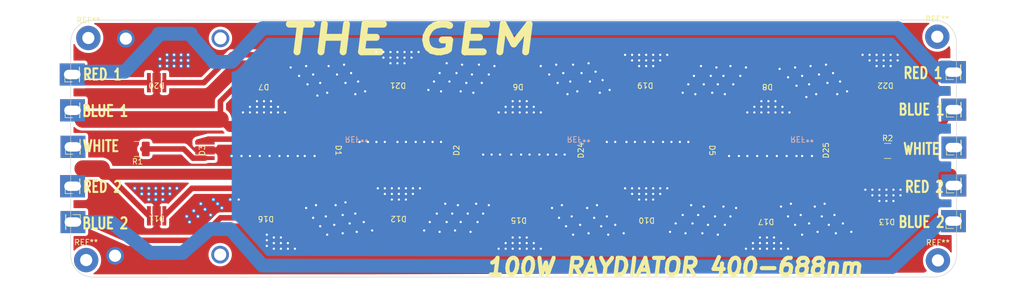
<source format=kicad_pcb>
(kicad_pcb (version 20200819) (host pcbnew "(5.99.0-2965-g3673c23696)")
  (layers (0 "F.Cu" signal) (1 "In1.Cu" signal) (2 "In2.Cu" signal) (31 "B.Cu" signal) (34 "B.Paste" user) (35 "F.Paste" user) (36 "B.SilkS" user) (37 "F.SilkS" user) (38 "B.Mask" user) (39 "F.Mask" user) (44 "Edge.Cuts" user))
  (net 0 "")
  (net 1 "Net-(D1-Pad2)")
  (net 2 "Net-(D1-Pad1)")
  (net 3 "Net-(D25-Pad1)")
  (net 4 "GND")
  (net 5 "Net-(D19-Pad1)")
  (net 6 "Net-(D20-Pad1)")
  (net 7 "Net-(D19-Pad2)")
  (net 8 "RED_PHASE2")
  (net 9 "Net-(D15-Pad1)")
  (net 10 "BLUE_PHASE2")
  (net 11 "Net-(D15-Pad2)")
  (net 12 "Net-(D10-Pad1)")
  (net 13 "Net-(D11-Pad1)")
  (net 14 "Net-(D10-Pad2)")
  (net 15 "RED_PHASE1")
  (net 16 "Net-(D6-Pad1)")
  (net 17 "BLUE_PHASE1")
  (net 18 "Net-(D6-Pad2)")
  (net 19 "Net-(D25-Pad2)")
  (net 20 "MOS1_OUT")
  (net 21 "Net-(D24-Pad1)")
  (net 22 "Net-(D3-Pad1)")
  (module "LED_SMD:CREE XPG3" (layer "F.Cu") (at 187.96 110.49 180)
    (fp_text reference "D13" (at 0 -0.5 180 unlocked) (layer "F.SilkS"))
    (fp_text value "LED")
    (pad "1" smd rect (at -1.4 0 180) (size 0.7 3.5) (layers "F.Cu" "F.Paste" "F.Mask") (net 4 "GND"))
    (pad "2" smd rect (at 1.4 0 180) (size 0.7 3.5) (layers "F.Cu" "F.Paste" "F.Mask") (net 12 "Net-(D10-Pad1)"))
    (pad "3" smd rect (at 0 0 180) (size 1.5 3.5) (layers "F.Cu" "F.Paste" "F.Mask") (net 4 "GND"))
  )
  (module "LED_SMD:CREE XPG3" (layer "F.Cu") (at 121.412 110.236 180)
    (fp_text reference "D15" (at 0 -0.5 180 unlocked) (layer "F.SilkS"))
    (fp_text value "LED")
    (pad "1" smd rect (at -1.4 0 180) (size 0.7 3.5) (layers "F.Cu" "F.Paste" "F.Mask") (net 9 "Net-(D15-Pad1)"))
    (pad "2" smd rect (at 1.4 0 180) (size 0.7 3.5) (layers "F.Cu" "F.Paste" "F.Mask") (net 11 "Net-(D15-Pad2)"))
    (pad "3" smd rect (at 0 0 180) (size 1.5 3.5) (layers "F.Cu" "F.Paste" "F.Mask") (net 4 "GND"))
  )
  (module "Connector_PinHeader_2.54mm:PinHeader_1x01_P2.54mm_Vertical" (layer "F.Cu") (at 40.681294 84.375 90)
    (fp_text reference "J11" hide)
    (fp_text value "Conn_01x01")
    (pad "1" thru_hole rect (at 0 0 90) (size 4 4.5) (drill oval 1.7 3) (layers *.Cu *.Mask) (net 8 "RED_PHASE2"))
  )
  (module "LED_SMD:CREE XPG3" (layer "F.Cu") (at 144.272 85.852 180)
    (fp_text reference "D19" (at 0 -0.5 180 unlocked) (layer "F.SilkS"))
    (fp_text value "LED")
    (pad "1" smd rect (at -1.4 0 180) (size 0.7 3.5) (layers "F.Cu" "F.Paste" "F.Mask") (net 5 "Net-(D19-Pad1)"))
    (pad "2" smd rect (at 1.4 0 180) (size 0.7 3.5) (layers "F.Cu" "F.Paste" "F.Mask") (net 7 "Net-(D19-Pad2)"))
    (pad "3" smd rect (at 0 0 180) (size 1.5 3.5) (layers "F.Cu" "F.Paste" "F.Mask") (net 4 "GND"))
  )
  (module "LED_SMD:CREE XPG3" (layer "F.Cu") (at 110.652 98.092 90)
    (fp_text reference "D2" (at 0 -0.5 90 unlocked) (layer "F.SilkS"))
    (fp_text value "LED")
    (pad "1" smd rect (at -1.4 0 90) (size 0.7 3.5) (layers "F.Cu" "F.Paste" "F.Mask") (net 1 "Net-(D1-Pad2)"))
    (pad "2" smd rect (at 1.4 0 90) (size 0.7 3.5) (layers "F.Cu" "F.Paste" "F.Mask") (net 20 "MOS1_OUT"))
    (pad "3" smd rect (at 0 0 90) (size 1.5 3.5) (layers "F.Cu" "F.Paste" "F.Mask") (net 4 "GND"))
  )
  (module "LED_SMD:CREE XPG3" (layer "F.Cu") (at 75.314 86.106 180)
    (fp_text reference "D7" (at 0 -0.5 180 unlocked) (layer "F.SilkS"))
    (fp_text value "LED")
    (pad "1" smd rect (at -1.4 0 180) (size 0.7 3.5) (layers "F.Cu" "F.Paste" "F.Mask") (net 18 "Net-(D6-Pad2)"))
    (pad "2" smd rect (at 1.4 0 180) (size 0.7 3.5) (layers "F.Cu" "F.Paste" "F.Mask") (net 17 "BLUE_PHASE1"))
    (pad "3" smd rect (at 0 0 180) (size 1.5 3.5) (layers "F.Cu" "F.Paste" "F.Mask") (net 4 "GND"))
  )
  (module "Connector_PinHeader_2.54mm:PinHeader_1x01_P2.54mm_Vertical" (layer "F.Cu") (at 40.745 104.569 90)
    (fp_text reference "J6" hide)
    (fp_text value "Conn_01x01")
    (pad "1" thru_hole rect (at 0 0 90) (size 4 4.5) (drill oval 1.7 3) (layers *.Cu *.Mask) (net 15 "RED_PHASE1"))
  )
  (module "Connector_PinHeader_2.54mm:PinHeader_1x01_P2.54mm_Vertical" (layer "F.Cu") (at 200.051265 104.442 90)
    (fp_text reference "J6" hide)
    (fp_text value "Conn_01x01")
    (pad "1" thru_hole rect (at 0 0 90) (size 4 4.5) (drill oval 1.7 3) (layers *.Cu *.Mask) (net 15 "RED_PHASE1"))
  )
  (module "Connector_PinHeader_2.54mm:PinHeader_1x01_P2.54mm_Vertical" (layer "F.Cu") (at 200.06 97.584 90)
    (fp_text reference "J6" hide)
    (fp_text value "Conn_01x01")
    (pad "1" thru_hole rect (at 0 0 90) (size 4 4.5) (drill oval 1.7 3) (layers *.Cu *.Mask) (net 15 "RED_PHASE1"))
  )
  (module "MountingHole:MountingHole_2.2mm_M2_Pad_TopBottom" (layer "F.Cu") (at 43.2 117.92)
    (fp_text reference "REF**" (at 0 -3.2) (layer "F.SilkS"))
    (fp_text value "MountingHole_2.2mm_M2_Pad_TopBottom")
    (pad "1" connect circle (at 0 0) (size 4.4 4.4) (layers "F.Cu" "F.Mask"))
    (pad "1" thru_hole circle (at 0 0) (size 2.6 2.6) (drill 2.2) (layers *.Cu *.Mask))
    (pad "1" connect circle (at 0 0) (size 4.4 4.4) (layers "B.Cu" "B.Mask"))
  )
  (module "LED_SMD:CREE XPG3" (layer "F.Cu") (at 99.568 85.852 180)
    (fp_text reference "D21" (at 0 -0.5 180 unlocked) (layer "F.SilkS"))
    (fp_text value "LED")
    (pad "1" smd rect (at -1.4 0 180) (size 0.7 3.5) (layers "F.Cu" "F.Paste" "F.Mask") (net 7 "Net-(D19-Pad2)"))
    (pad "2" smd rect (at 1.4 0 180) (size 0.7 3.5) (layers "F.Cu" "F.Paste" "F.Mask") (net 6 "Net-(D20-Pad1)"))
    (pad "3" smd rect (at 0 0 180) (size 1.5 3.5) (layers "F.Cu" "F.Paste" "F.Mask") (net 4 "GND"))
  )
  (module "LED_SMD:CREE XPG3" (layer "F.Cu") (at 64.678 98.092 90)
    (fp_text reference "D3" (at 0 -0.5 90 unlocked) (layer "F.SilkS"))
    (fp_text value "LED")
    (pad "1" smd rect (at -1.4 0 90) (size 0.7 3.5) (layers "F.Cu" "F.Paste" "F.Mask") (net 22 "Net-(D3-Pad1)"))
    (pad "2" smd rect (at 1.4 0 90) (size 0.7 3.5) (layers "F.Cu" "F.Paste" "F.Mask") (net 2 "Net-(D1-Pad1)"))
    (pad "3" smd rect (at 0 0 90) (size 1.5 3.5) (layers "F.Cu" "F.Paste" "F.Mask") (net 4 "GND"))
  )
  (module "Resistor_SMD:R_1210_3225Metric_Pad1.42x2.65mm_HandSolder" (layer "F.Cu") (at 188.0855 98.184)
    (fp_text reference "R2" (at 0 -2.28) (layer "F.SilkS"))
    (fp_text value "2.7ohm")
    (pad "1" smd roundrect (at -1.4875 0) (size 1.425 2.65) (layers "F.Cu" "F.Paste" "F.Mask") (roundrect_rratio 0.175439) (net 3 "Net-(D25-Pad1)"))
    (pad "2" smd roundrect (at 1.4875 0) (size 1.425 2.65) (layers "F.Cu" "F.Paste" "F.Mask") (roundrect_rratio 0.175439) (net 4 "GND"))
  )
  (module "Connector_PinHeader_2.54mm:PinHeader_1x01_P2.54mm_Vertical" (layer "F.Cu") (at 40.802 97.457 90)
    (fp_text reference "J6" hide)
    (fp_text value "Conn_01x01")
    (pad "1" thru_hole rect (at 0 0 90) (size 4 4.5) (drill oval 1.7 3) (layers *.Cu *.Mask) (net 15 "RED_PHASE1"))
  )
  (module "LED_SMD:CREE XPG3" (layer "F.Cu") (at 121.288 86.106 180)
    (fp_text reference "D6" (at 0 -0.5 180 unlocked) (layer "F.SilkS"))
    (fp_text value "LED")
    (pad "1" smd rect (at -1.4 0 180) (size 0.7 3.5) (layers "F.Cu" "F.Paste" "F.Mask") (net 16 "Net-(D6-Pad1)"))
    (pad "2" smd rect (at 1.4 0 180) (size 0.7 3.5) (layers "F.Cu" "F.Paste" "F.Mask") (net 18 "Net-(D6-Pad2)"))
    (pad "3" smd rect (at 0 0 180) (size 1.5 3.5) (layers "F.Cu" "F.Paste" "F.Mask") (net 4 "GND"))
  )
  (module "LED_SMD:CREE XPG3" (layer "F.Cu") (at 166.116 110.49 180)
    (fp_text reference "D17" (at 0 -0.5 180 unlocked) (layer "F.SilkS"))
    (fp_text value "LED")
    (pad "1" smd rect (at -1.4 0 180) (size 0.7 3.5) (layers "F.Cu" "F.Paste" "F.Mask") (net 4 "GND"))
    (pad "2" smd rect (at 1.4 0 180) (size 0.7 3.5) (layers "F.Cu" "F.Paste" "F.Mask") (net 9 "Net-(D15-Pad1)"))
    (pad "3" smd rect (at 0 0 180) (size 1.5 3.5) (layers "F.Cu" "F.Paste" "F.Mask") (net 4 "GND"))
  )
  (module "LED_SMD:CREE XPG3" (layer "F.Cu") (at 99.68 109.96 180)
    (fp_text reference "D12" (at 0 -0.5 180 unlocked) (layer "F.SilkS"))
    (fp_text value "LED")
    (pad "1" smd rect (at -1.4 0 180) (size 0.7 3.5) (layers "F.Cu" "F.Paste" "F.Mask") (net 14 "Net-(D10-Pad2)"))
    (pad "2" smd rect (at 1.4 0 180) (size 0.7 3.5) (layers "F.Cu" "F.Paste" "F.Mask") (net 13 "Net-(D11-Pad1)"))
    (pad "3" smd rect (at 0 0 180) (size 1.5 3.5) (layers "F.Cu" "F.Paste" "F.Mask") (net 4 "GND"))
  )
  (module "Connector_PinHeader_2.54mm:PinHeader_1x01_P2.54mm_Vertical" (layer "F.Cu") (at 40.802 111.046 -90)
    (fp_text reference "J5" hide)
    (fp_text value "Conn_01x01")
    (pad "1" thru_hole rect (at 0 0 270) (size 4 4.5) (drill oval 1.7 3) (layers *.Cu *.Mask) (net 10 "BLUE_PHASE2"))
  )
  (module "LED_SMD:CREE XPG3" (layer "F.Cu") (at 133.134 98.092 90)
    (fp_text reference "D24" (at 0 -0.5 90 unlocked) (layer "F.SilkS"))
    (fp_text value "LED")
    (pad "1" smd rect (at -1.4 0 90) (size 0.7 3.5) (layers "F.Cu" "F.Paste" "F.Mask") (net 21 "Net-(D24-Pad1)"))
    (pad "2" smd rect (at 1.4 0 90) (size 0.7 3.5) (layers "F.Cu" "F.Paste" "F.Mask") (net 20 "MOS1_OUT"))
    (pad "3" smd rect (at 0 0 90) (size 1.5 3.5) (layers "F.Cu" "F.Paste" "F.Mask") (net 4 "GND"))
  )
  (module "LED_SMD:CREE XPG3" (layer "F.Cu") (at 144.526 110.236 180)
    (fp_text reference "D10" (at 0 -0.5 180 unlocked) (layer "F.SilkS"))
    (fp_text value "LED")
    (pad "1" smd rect (at -1.4 0 180) (size 0.7 3.5) (layers "F.Cu" "F.Paste" "F.Mask") (net 12 "Net-(D10-Pad1)"))
    (pad "2" smd rect (at 1.4 0 180) (size 0.7 3.5) (layers "F.Cu" "F.Paste" "F.Mask") (net 14 "Net-(D10-Pad2)"))
    (pad "3" smd rect (at 0 0 180) (size 1.5 3.5) (layers "F.Cu" "F.Paste" "F.Mask") (net 4 "GND"))
  )
  (module "LED_SMD:CREE XPG3" (layer "F.Cu") (at 187.706 85.852 180)
    (fp_text reference "D22" (at 0 -0.5 180 unlocked) (layer "F.SilkS"))
    (fp_text value "LED")
    (pad "1" smd rect (at -1.4 0 180) (size 0.7 3.5) (layers "F.Cu" "F.Paste" "F.Mask") (net 4 "GND"))
    (pad "2" smd rect (at 1.4 0 180) (size 0.7 3.5) (layers "F.Cu" "F.Paste" "F.Mask") (net 5 "Net-(D19-Pad1)"))
    (pad "3" smd rect (at 0 0 180) (size 1.5 3.5) (layers "F.Cu" "F.Paste" "F.Mask") (net 4 "GND"))
  )
  (module "MountingHole:MountingHole_2.2mm_M2_Pad_TopBottom" (layer "F.Cu") (at 197.059265 77.544)
    (fp_text reference "REF**" (at 0 -3.2) (layer "F.SilkS"))
    (fp_text value "MountingHole_2.2mm_M2_Pad_TopBottom")
    (pad "1" connect circle (at 0 0) (size 4.4 4.4) (layers "B.Cu" "B.Mask"))
    (pad "1" connect circle (at 0 0) (size 4.4 4.4) (layers "F.Cu" "F.Mask"))
    (pad "1" thru_hole circle (at 0 0) (size 2.6 2.6) (drill 2.2) (layers *.Cu *.Mask))
  )
  (module "LED_SMD:CREE XPG3" (layer "F.Cu") (at 55.936432 109.924801 180)
    (fp_text reference "D11" (at 0 -0.5 180 unlocked) (layer "F.SilkS"))
    (fp_text value "LED")
    (pad "1" smd rect (at -1.4 0 180) (size 0.7 3.5) (layers "F.Cu" "F.Paste" "F.Mask") (net 13 "Net-(D11-Pad1)"))
    (pad "2" smd rect (at 1.4 0 180) (size 0.7 3.5) (layers "F.Cu" "F.Paste" "F.Mask") (net 15 "RED_PHASE1"))
    (pad "3" smd rect (at 0 0 180) (size 1.5 3.5) (layers "F.Cu" "F.Paste" "F.Mask") (net 4 "GND"))
  )
  (module "LED_SMD:CREE XPG3" (layer "F.Cu") (at 88.3 98.092 -90)
    (fp_text reference "D1" (at 0 -0.5 -90 unlocked) (layer "F.SilkS"))
    (fp_text value "LED")
    (pad "1" smd rect (at -1.4 0 270) (size 0.7 3.5) (layers "F.Cu" "F.Paste" "F.Mask") (net 2 "Net-(D1-Pad1)"))
    (pad "2" smd rect (at 1.4 0 270) (size 0.7 3.5) (layers "F.Cu" "F.Paste" "F.Mask") (net 1 "Net-(D1-Pad2)"))
    (pad "3" smd rect (at 0 0 270) (size 1.5 3.5) (layers "F.Cu" "F.Paste" "F.Mask") (net 4 "GND"))
  )
  (module "Resistor_SMD:R_1210_3225Metric_Pad1.42x2.65mm_HandSolder" (layer "F.Cu") (at 52.486 97.838 180)
    (fp_text reference "R1" (at 0 -2.28) (layer "F.SilkS"))
    (fp_text value "2.7ohm")
    (pad "1" smd roundrect (at -1.4875 0 180) (size 1.425 2.65) (layers "F.Cu" "F.Paste" "F.Mask") (roundrect_rratio 0.175439) (net 22 "Net-(D3-Pad1)"))
    (pad "2" smd roundrect (at 1.4875 0 180) (size 1.425 2.65) (layers "F.Cu" "F.Paste" "F.Mask") (roundrect_rratio 0.175439) (net 4 "GND"))
  )
  (module "LED_SMD:CREE XPG3" (layer "F.Cu") (at 155.864 98.092 -90)
    (fp_text reference "D5" (at 0 -0.5 -90 unlocked) (layer "F.SilkS"))
    (fp_text value "LED")
    (pad "1" smd rect (at -1.4 0 270) (size 0.7 3.5) (layers "F.Cu" "F.Paste" "F.Mask") (net 19 "Net-(D25-Pad2)"))
    (pad "2" smd rect (at 1.4 0 270) (size 0.7 3.5) (layers "F.Cu" "F.Paste" "F.Mask") (net 21 "Net-(D24-Pad1)"))
    (pad "3" smd rect (at 0 0 270) (size 1.5 3.5) (layers "F.Cu" "F.Paste" "F.Mask") (net 4 "GND"))
  )
  (module "LED_SMD:CREE XPG3" (layer "F.Cu") (at 55.936432 85.852 180)
    (fp_text reference "D20" (at 0 -0.5 180 unlocked) (layer "F.SilkS"))
    (fp_text value "LED")
    (pad "1" smd rect (at -1.4 0 180) (size 0.7 3.5) (layers "F.Cu" "F.Paste" "F.Mask") (net 6 "Net-(D20-Pad1)"))
    (pad "2" smd rect (at 1.4 0 180) (size 0.7 3.5) (layers "F.Cu" "F.Paste" "F.Mask") (net 8 "RED_PHASE2"))
    (pad "3" smd rect (at 0 0 180) (size 1.5 3.5) (layers "F.Cu" "F.Paste" "F.Mask") (net 4 "GND"))
  )
  (module "LED_SMD:CREE XPG3" (layer "F.Cu") (at 75.692 109.982 180)
    (fp_text reference "D16" (at 0 -0.5 180 unlocked) (layer "F.SilkS"))
    (fp_text value "LED")
    (pad "1" smd rect (at -1.4 0 180) (size 0.7 3.5) (layers "F.Cu" "F.Paste" "F.Mask") (net 11 "Net-(D15-Pad2)"))
    (pad "2" smd rect (at 1.4 0 180) (size 0.7 3.5) (layers "F.Cu" "F.Paste" "F.Mask") (net 10 "BLUE_PHASE2"))
    (pad "3" smd rect (at 0 0 180) (size 1.5 3.5) (layers "F.Cu" "F.Paste" "F.Mask") (net 4 "GND"))
  )
  (module "Connector_PinHeader_2.54mm:PinHeader_1x01_P2.54mm_Vertical" (layer "F.Cu") (at 199.987559 83.952 90)
    (fp_text reference "J11" hide)
    (fp_text value "Conn_01x01")
    (pad "1" thru_hole rect (at 0 0 90) (size 4 4.5) (drill oval 1.7 3) (layers *.Cu *.Mask) (net 8 "RED_PHASE2"))
  )
  (module "LED_SMD:CREE XPG3" (layer "F.Cu") (at 166.37 86.106 180)
    (fp_text reference "D8" (at 0 -0.5 180 unlocked) (layer "F.SilkS"))
    (fp_text value "LED")
    (pad "1" smd rect (at -1.4 0 180) (size 0.7 3.5) (layers "F.Cu" "F.Paste" "F.Mask") (net 4 "GND"))
    (pad "2" smd rect (at 1.4 0 180) (size 0.7 3.5) (layers "F.Cu" "F.Paste" "F.Mask") (net 16 "Net-(D6-Pad1)"))
    (pad "3" smd rect (at 0 0 180) (size 1.5 3.5) (layers "F.Cu" "F.Paste" "F.Mask") (net 4 "GND"))
  )
  (module "LED_SMD:CREE XPG3" (layer "F.Cu") (at 177.454 98.092 90)
    (fp_text reference "D25" (at 0 -0.5 90 unlocked) (layer "F.SilkS"))
    (fp_text value "LED")
    (pad "1" smd rect (at -1.4 0 90) (size 0.7 3.5) (layers "F.Cu" "F.Paste" "F.Mask") (net 3 "Net-(D25-Pad1)"))
    (pad "2" smd rect (at 1.4 0 90) (size 0.7 3.5) (layers "F.Cu" "F.Paste" "F.Mask") (net 19 "Net-(D25-Pad2)"))
    (pad "3" smd rect (at 0 0 90) (size 1.5 3.5) (layers "F.Cu" "F.Paste" "F.Mask") (net 4 "GND"))
  )
  (module "MountingHole:MountingHole_2.2mm_M2_Pad_TopBottom" (layer "F.Cu") (at 197.179265 117.984)
    (fp_text reference "REF**" (at 0 -3.2) (layer "F.SilkS"))
    (fp_text value "MountingHole_2.2mm_M2_Pad_TopBottom")
    (pad "1" connect circle (at 0 0) (size 4.4 4.4) (layers "F.Cu" "F.Mask"))
    (pad "1" thru_hole circle (at 0 0) (size 2.6 2.6) (drill 2.2) (layers *.Cu *.Mask))
    (pad "1" connect circle (at 0 0) (size 4.4 4.4) (layers "B.Cu" "B.Mask"))
  )
  (module "MountingHole:MountingHole_2.2mm_M2_Pad_TopBottom" (layer "F.Cu") (at 43.596 77.772)
    (fp_text reference "REF**" (at 0 -3.2) (layer "F.SilkS"))
    (fp_text value "MountingHole_2.2mm_M2_Pad_TopBottom")
    (pad "1" connect circle (at 0 0) (size 4.4 4.4) (layers "F.Cu" "F.Mask"))
    (pad "1" thru_hole circle (at 0 0) (size 2.6 2.6) (drill 2.2) (layers *.Cu *.Mask))
    (pad "1" connect circle (at 0 0) (size 4.4 4.4) (layers "B.Cu" "B.Mask"))
  )
  (module "Connector_PinHeader_2.54mm:PinHeader_1x01_P2.54mm_Vertical" (layer "F.Cu") (at 199.981265 110.877 90)
    (fp_text reference "J5" hide)
    (fp_text value "Conn_01x01")
    (pad "1" thru_hole rect (at 0 0 90) (size 4 4.5) (drill oval 1.7 3) (layers *.Cu *.Mask) (net 10 "BLUE_PHASE2"))
  )
  (module "Connector_PinHeader_2.54mm:PinHeader_1x01_P2.54mm_Vertical" (layer "F.Cu") (at 200.041265 90.726 90)
    (fp_text reference "J1" hide)
    (fp_text value "Conn_01x01")
    (pad "1" thru_hole rect (at 0 0 90) (size 4 4.5) (drill oval 1.7 3) (layers *.Cu *.Mask) (net 17 "BLUE_PHASE1"))
  )
  (module "Connector_PinHeader_2.54mm:PinHeader_1x01_P2.54mm_Vertical" (layer "F.Cu") (at 40.735 90.853 90)
    (fp_text reference "J1" hide)
    (fp_text value "Conn_01x01")
    (pad "1" thru_hole rect (at 0 0 90) (size 4 4.5) (drill oval 1.7 3) (layers *.Cu *.Mask) (net 17 "BLUE_PHASE1"))
  )
  (module "MountingHole:MountingHole_2.2mm_M2_ISO14580_Pad_TopBottom" (layer "B.Cu") (at 67.422 116.942 90)
    (fp_text reference "H2" hide)
    (fp_text value "MountingHole_Pad")
    (pad "1" connect circle (at 0 0 90) (size 3.2 3.2) (layers "F.Cu" "F.Mask"))
    (pad "1" connect circle (at 0 0 90) (size 3.2 3.2) (layers "B.Cu" "B.Mask"))
    (pad "1" thru_hole circle (at 0 0 90) (size 2.6 2.6) (drill 2.2) (layers *.Cu *.Mask))
  )
  (module "LED_SMD:Nema17_heatsink" (layer "B.Cu") (at 172.628 96.568 180)
    (fp_text reference "REF**" (at 0 0.5 180 unlocked) (layer "B.SilkS") (effects (justify mirror)))
    (fp_text value "Nema17_heatsink")
    (pad "1" smd rect (at -0.29 -0.92 180) (size 35 35) (property pad_prop_heatsink) (layers "B.Cu" "B.Mask") (net 4 "GND"))
  )
  (module "LED_SMD:Nema17_heatsink" (layer "B.Cu") (at 92.11 96.568 180)
    (fp_text reference "REF**" (at 0 0.5 180 unlocked) (layer "B.SilkS") (effects (justify mirror)))
    (fp_text value "Nema17_heatsink")
    (pad "1" smd rect (at -0.29 -0.92 180) (size 35 35) (property pad_prop_heatsink) (layers "B.Cu" "B.Mask") (net 4 "GND"))
  )
  (module "MountingHole:MountingHole_2.2mm_M2_ISO14580_Pad_TopBottom" (layer "B.Cu") (at 50.372 77.892 90)
    (fp_text reference "H4" hide)
    (fp_text value "MountingHole_Pad")
    (pad "1" connect circle (at 0 0 90) (size 3.2 3.2) (layers "F.Cu" "F.Mask") (net 4 "GND"))
    (pad "1" thru_hole circle (at 0 0 90) (size 2.6 2.6) (drill 2.2) (layers *.Cu *.Mask) (net 4 "GND"))
    (pad "1" connect circle (at 0 0 90) (size 3.2 3.2) (layers "B.Cu" "B.Mask") (net 4 "GND"))
  )
  (module "MountingHole:MountingHole_2.2mm_M2_ISO14580_Pad_TopBottom" (layer "B.Cu") (at 67.472 77.842 90)
    (fp_text reference "H1" hide)
    (fp_text value "MountingHole_Pad")
    (pad "1" thru_hole circle (at 0 0 90) (size 2.6 2.6) (drill 2.2) (layers *.Cu *.Mask))
    (pad "1" connect circle (at 0 0 90) (size 3.2 3.2) (layers "F.Cu" "F.Mask"))
    (pad "1" connect circle (at 0 0 90) (size 3.2 3.2) (layers "B.Cu" "B.Mask"))
  )
  (module "MountingHole:MountingHole_2.2mm_M2_ISO14580_Pad_TopBottom" (layer "B.Cu") (at 48.422 117.142 90)
    (fp_text reference "H3" hide)
    (fp_text value "MountingHole_Pad")
    (pad "1" connect circle (at 0 0 90) (size 3.2 3.2) (layers "F.Cu" "F.Mask") (net 4 "GND"))
    (pad "1" connect circle (at 0 0 90) (size 3.2 3.2) (layers "B.Cu" "B.Mask") (net 4 "GND"))
    (pad "1" thru_hole circle (at 0 0 90) (size 2.6 2.6) (drill 2.2) (layers *.Cu *.Mask) (net 4 "GND"))
  )
  (module "LED_SMD:Nema17_heatsink" (layer "B.Cu") (at 132.242 96.568 180)
    (fp_text reference "REF**" (at 0 0.5 180 unlocked) (layer "B.SilkS") (effects (justify mirror)))
    (fp_text value "Nema17_heatsink")
    (pad "1" smd rect (at -0.29 -0.92 180) (size 35 35) (property pad_prop_heatsink) (layers "B.Cu" "B.Mask") (net 4 "GND"))
  )
  (gr_arc (start 196.504 116.934118) (end 200.554264 116.983999) (angle 90.35160465) (layer "Edge.Cuts") (width 0.1))
  (gr_arc (start 196.464846 78.592767) (end 196.679265 74.534) (angle 86.85236753) (layer "Edge.Cuts") (width 0.1))
  (gr_line (start 40.4 116.960199) (end 40.4 78.55) (layer "Edge.Cuts") (width 0.1))
  (gr_arc (start 44.460294 116.950296) (end 44.410295 121.010295) (angle 89.15467709) (layer "Edge.Cuts") (width 0.1))
  (gr_line (start 200.529265 78.584) (end 200.554265 116.984) (layer "Edge.Cuts") (width 0.1))
  (gr_line (start 196.429265 120.984) (end 44.410295 121.010295) (layer "Edge.Cuts") (width 0.1))
  (gr_arc (start 44.459985 78.610423) (end 40.4 78.55) (angle 89.00781332) (layer "Edge.Cuts") (width 0.1))
  (gr_line (start 44.450096 74.55) (end 196.679265 74.534) (layer "Edge.Cuts") (width 0.1))
  (gr_text "WHITE\n" (at 194.218 97.838) (layer "F.SilkS") (effects (font (size 2 1.5) (thickness 0.375))))
  (gr_text "WHITE\n" (at 45.882 97.33) (layer "F.SilkS") (effects (font (size 2 1.5) (thickness 0.375))))
  (gr_text "RED 2\n" (at 46.136 104.696) (layer "F.SilkS") (effects (font (size 2 1.5) (thickness 0.375))))
  (gr_text "THE GEM" (at 101.508 78.026) (layer "F.SilkS") (effects (font (size 5 7) (thickness 1.25) italic)))
  (gr_text "BLUE 2\n" (at 194.218 111.046) (layer "F.SilkS") (effects (font (size 2 1.5) (thickness 0.375))))
  (gr_text "BLUE 1" (at 194.218 90.726) (layer "F.SilkS") (effects (font (size 2 1.5) (thickness 0.375))))
  (gr_text "RED 1\n" (at 46.136 84.376) (layer "F.SilkS") (effects (font (size 2 1.5) (thickness 0.375))))
  (gr_text "BLUE 1" (at 46.644 90.98) (layer "F.SilkS") (effects (font (size 2 1.5) (thickness 0.375))))
  (gr_text "BLUE 2\n" (at 46.644 111.3) (layer "F.SilkS") (effects (font (size 2 1.5) (thickness 0.375))))
  (gr_text "RED 2\n" (at 194.726 104.696) (layer "F.SilkS") (effects (font (size 2 1.5) (thickness 0.375))))
  (gr_text "100W RAYDIATOR 400-688nm " (at 150.784 119.174) (layer "F.SilkS") (effects (font (size 3 3) (thickness 0.75) italic)))
  (gr_text "RED 1\n" (at 194.472 84.122) (layer "F.SilkS") (effects (font (size 2 1.5) (thickness 0.375))))
  (segment (start 88.932 100.124) (end 109.636 100.124) (width 1) (layer "F.Cu") (net 1))
  (segment (start 87.03 99.616) (end 88.932 100.124) (width 1) (layer "F.Cu") (net 1))
  (segment (start 109.636 100.124) (end 112.176 99.616) (width 1) (layer "F.Cu") (net 1))
  (segment (start 87.03 96.06) (end 89.824 96.568) (width 1) (layer "F.Cu") (net 2))
  (segment (start 63.408 96.568) (end 65.31 96.06) (width 1) (layer "F.Cu") (net 2))
  (segment (start 65.31 96.06) (end 87.03 96.06) (width 1) (layer "F.Cu") (net 2))
  (segment (start 176.184 100.124) (end 178.086 100.124) (width 1) (layer "F.Cu") (net 3))
  (segment (start 178.086 100.124) (end 183.804 100.124) (width 1) (layer "F.Cu") (net 3))
  (segment (start 183.804 100.124) (end 185.744 98.184) (width 1) (layer "F.Cu") (net 3))
  (segment (start 64.678 98.092) (end 88.3 98.092) (width 1) (layer "F.Cu") (net 4))
  (segment (start 133.134 98.092) (end 155.864 98.092) (width 1) (layer "F.Cu") (net 4))
  (segment (start 88.3 98.092) (end 110.652 98.092) (width 1) (layer "F.Cu") (net 4))
  (segment (start 155.864 98.092) (end 177.454 98.092) (width 1) (layer "F.Cu") (net 4))
  (segment (start 110.652 98.092) (end 133.134 98.092) (width 1) (layer "F.Cu") (net 4))
  (via (at 145.704 80.82) (size 0.8) (drill 0.4) (layers "F.Cu" "B.Cu") (net 4))
  (via (at 131.226 113.332) (size 0.8) (drill 0.4) (layers "F.Cu" "B.Cu") (net 4))
  (via (at 99.73 106.982) (size 0.8) (drill 0.4) (layers "F.Cu" "B.Cu") (net 4))
  (via (at 110.906 87.424) (size 0.8) (drill 0.4) (layers "F.Cu" "B.Cu") (net 4))
  (via (at 120.304 115.872) (size 0.8) (drill 0.4) (layers "F.Cu" "B.Cu") (net 4))
  (via (at 107.35 96.568) (size 0.8) (drill 0.4) (layers "F.Cu" "B.Cu") (net 4))
  (via (at 58.328 105.966) (size 0.8) (drill 0.4) (layers "F.Cu" "B.Cu") (net 4))
  (via (at 78.394 114.856) (size 0.8) (drill 0.4) (layers "F.Cu" "B.Cu") (net 4))
  (via (at 96.936 80.312) (size 0.8) (drill 0.4) (layers "F.Cu" "B.Cu") (net 4))
  (via (at 88.3 107.998) (size 0.8) (drill 0.4) (layers "F.Cu" "B.Cu") (net 4))
  (via (at 151.038 87.678) (size 0.8) (drill 0.4) (layers "F.Cu" "B.Cu") (net 4))
  (via (at 173.39 88.44) (size 0.8) (drill 0.4) (layers "F.Cu" "B.Cu") (net 4))
  (via (at 190.408 105.204) (size 0.8) (drill 0.4) (layers "F.Cu" "B.Cu") (net 4))
  (via (at 91.856 109.522) (size 0.8) (drill 0.4) (layers "F.Cu" "B.Cu") (net 4))
  (via (at 85.506 111.808) (size 0.8) (drill 0.4) (layers "F.Cu" "B.Cu") (net 4))
  (via (at 112.176 109.522) (size 0.8) (drill 0.4) (layers "F.Cu" "B.Cu") (net 4))
  (via (at 101 106.982) (size 0.8) (drill 0.4) (layers "F.Cu" "B.Cu") (net 4))
  (via (at 144.434 82.852) (size 0.8) (drill 0.4) (layers "F.Cu" "B.Cu") (net 4))
  (via (at 174.152 82.852) (size 0.8) (drill 0.4) (layers "F.Cu" "B.Cu") (net 4))
  (via (at 106.588 109.522) (size 0.8) (drill 0.4) (layers "F.Cu" "B.Cu") (net 4))
  (via (at 170.088 115.872) (size 0.8) (drill 0.4) (layers "F.Cu" "B.Cu") (net 4))
  (via (at 172.628 84.63) (size 0.8) (drill 0.4) (layers "F.Cu" "B.Cu") (net 4))
  (via (at 97.19 96.568) (size 0.8) (drill 0.4) (layers "F.Cu" "B.Cu") (net 4))
  (via (at 59.09 80.82) (size 0.8) (drill 0.4) (layers "F.Cu" "B.Cu") (net 4))
  (via (at 99.476 81.328) (size 0.8) (drill 0.4) (layers "F.Cu" "B.Cu") (net 4))
  (via (at 71.282 99.108) (size 0.8) (drill 0.4) (layers "F.Cu" "B.Cu") (net 4))
  (via (at 58.328 104.95) (size 0.8) (drill 0.4) (layers "F.Cu" "B.Cu") (net 4))
  (via (at 55.788 104.95) (size 0.8) (drill 0.4) (layers "F.Cu" "B.Cu") (net 4))
  (via (at 185.328 106.22) (size 0.8) (drill 0.4) (layers "F.Cu" "B.Cu") (net 4))
  (via (at 187.868 105.204) (size 0.8) (drill 0.4) (layers "F.Cu" "B.Cu") (net 4))
  (via (at 128.178 98.854) (size 0.8) (drill 0.4) (layers "F.Cu" "B.Cu") (net 4))
  (via (at 176.946 82.598) (size 0.8) (drill 0.4) (layers "F.Cu" "B.Cu") (net 4))
  (via (at 89.57 113.078) (size 0.8) (drill 0.4) (layers "F.Cu" "B.Cu") (net 4))
  (via (at 167.548 115.872) (size 0.8) (drill 0.4) (layers "F.Cu" "B.Cu") (net 4))
  (via (at 173.898 111.3) (size 0.8) (drill 0.4) (layers "F.Cu" "B.Cu") (net 4))
  (via (at 141.894 81.836) (size 0.8) (drill 0.4) (layers "F.Cu" "B.Cu") (net 4))
  (via (at 95.666 96.568) (size 0.8) (drill 0.4) (layers "F.Cu" "B.Cu") (net 4))
  (via (at 114.716 85.9) (size 0.8) (drill 0.4) (layers "F.Cu" "B.Cu") (net 4))
  (via (at 190.408 106.22) (size 0.8) (drill 0.4) (layers "F.Cu" "B.Cu") (net 4))
  (via (at 95.666 80.312) (size 0.8) (drill 0.4) (layers "F.Cu" "B.Cu") (net 4))
  (via (at 177.2 85.9) (size 0.8) (drill 0.4) (layers "F.Cu" "B.Cu") (net 4))
  (via (at 105.064 87.17) (size 0.8) (drill 0.4) (layers "F.Cu" "B.Cu") (net 4))
  (via (at 186.09 80.82) (size 0.8) (drill 0.4) (layers "F.Cu" "B.Cu") (net 4))
  (via (at 120.304 90.218) (size 0.8) (drill 0.4) (layers "F.Cu" "B.Cu") (net 4))
  (via (at 111.922 85.9) (size 0.8) (drill 0.4) (layers "F.Cu" "B.Cu") (net 4))
  (via (at 90.84 111.3) (size 0.8) (drill 0.4) (layers "F.Cu" "B.Cu") (net 4))
  (via (at 108.366 111.046) (size 0.8) (drill 0.4) (layers "F.Cu" "B.Cu") (net 4))
  (via (at 114.97 109.522) (size 0.8) (drill 0.4) (layers "F.Cu" "B.Cu") (net 4))
  (via (at 56.55 82.852) (size 0.8) (drill 0.4) (layers "F.Cu" "B.Cu") (net 4))
  (via (at 151.038 109.776) (size 0.8) (drill 0.4) (layers "F.Cu" "B.Cu") (net 4))
  (via (at 149.006 96.568) (size 0.8) (drill 0.4) (layers "F.Cu" "B.Cu") (net 4))
  (via (at 79.156 91.234) (size 0.8) (drill 0.4) (layers "F.Cu" "B.Cu") (net 4))
  (via (at 143.164 80.82) (size 0.8) (drill 0.4) (layers "F.Cu" "B.Cu") (net 4))
  (via (at 108.366 82.344) (size 0.8) (drill 0.4) (layers "F.Cu" "B.Cu") (net 4))
  (via (at 172.374 109.776) (size 0.8) (drill 0.4) (layers "F.Cu" "B.Cu") (net 4))
  (via (at 181.518 112.824) (size 0.8) (drill 0.4) (layers "F.Cu" "B.Cu") (net 4))
  (via (at 57.058 106.982) (size 0.8) (drill 0.4) (layers "F.Cu" "B.Cu") (net 4))
  (via (at 65.694 109.776) (size 0.8) (drill 0.4) (layers "F.Cu" "B.Cu") (net 4))
  (via (at 119.034 90.218) (size 0.8) (drill 0.4) (layers "F.Cu" "B.Cu") (net 4))
  (via (at 74.076 91.234) (size 0.8) (drill 0.4) (layers "F.Cu" "B.Cu") (net 4))
  (via (at 110.144 84.122) (size 0.8) (drill 0.4) (layers "F.Cu" "B.Cu") (net 4))
  (via (at 165.262 91.234) (size 0.8) (drill 0.4) (layers "F.Cu" "B.Cu") (net 4))
  (via (at 79.664 115.872) (size 0.8) (drill 0.4) (layers "F.Cu" "B.Cu") (net 4))
  (via (at 124.114 90.218) (size 0.8) (drill 0.4) (layers "F.Cu" "B.Cu") (net 4))
  (via (at 162.468 115.872) (size 0.8) (drill 0.4) (layers "F.Cu" "B.Cu") (net 4))
  (via (at 129.956 111.808) (size 0.8) (drill 0.4) (layers "F.Cu" "B.Cu") (net 4))
  (via (at 53.248 104.95) (size 0.8) (drill 0.4) (layers "F.Cu" "B.Cu") (net 4))
  (via (at 122.844 89.202) (size 0.8) (drill 0.4) (layers "F.Cu" "B.Cu") (net 4))
  (via (at 90.078 85.9) (size 0.8) (drill 0.4) (layers "F.Cu" "B.Cu") (net 4))
  (via (at 146.974 105.966) (size 0.8) (drill 0.4) (layers "F.Cu" "B.Cu") (net 4))
  (via (at 120.304 114.856) (size 0.8) (drill 0.4) (layers "F.Cu" "B.Cu") (net 4))
  (via (at 186.09 81.836) (size 0.8) (drill 0.4) (layers "F.Cu" "B.Cu") (net 4))
  (via (at 162.722 99.108) (size 0.8) (drill 0.4) (layers "F.Cu" "B.Cu") (net 4))
  (via (at 103.286 80.312) (size 0.8) (drill 0.4) (layers "F.Cu" "B.Cu") (net 4))
  (via (at 167.548 114.856) (size 0.8) (drill 0.4) (layers "F.Cu" "B.Cu") (net 4))
  (via (at 87.03 82.852) (size 0.8) (drill 0.4) (layers "F.Cu" "B.Cu") (net 4))
  (via (at 185.328 105.204) (size 0.8) (drill 0.4) (layers "F.Cu" "B.Cu") (net 4))
  (via (at 105.318 111.046) (size 0.8) (drill 0.4) (layers "F.Cu" "B.Cu") (net 4))
  (via (at 77.124 114.856) (size 0.8) (drill 0.4) (layers "F.Cu" "B.Cu") (net 4))
  (via (at 125.13 98.854) (size 0.8) (drill 0.4) (layers "F.Cu" "B.Cu") (net 4))
  (via (at 61.63 81.836) (size 0.8) (drill 0.4) (layers "F.Cu" "B.Cu") (net 4))
  (via (at 94.904 112.57) (size 0.8) (drill 0.4) (layers "F.Cu" "B.Cu") (net 4))
  (via (at 140.624 80.82) (size 0.8) (drill 0.4) (layers "F.Cu" "B.Cu") (net 4))
  (via (at 168.818 115.872) (size 0.8) (drill 0.4) (layers "F.Cu" "B.Cu") (net 4))
  (via (at 71.536 91.234) (size 0.8) (drill 0.4) (layers "F.Cu" "B.Cu") (net 4))
  (via (at 59.09 81.836) (size 0.8) (drill 0.4) (layers "F.Cu" "B.Cu") (net 4))
  (via (at 74.584 99.108) (size 0.8) (drill 0.4) (layers "F.Cu" "B.Cu") (net 4))
  (via (at 145.704 96.568) (size 0.8) (drill 0.4) (layers "F.Cu" "B.Cu") (net 4))
  (via (at 186.598 106.22) (size 0.8) (drill 0.4) (layers "F.Cu" "B.Cu") (net 4))
  (via (at 168.564 83.36) (size 0.8) (drill 0.4) (layers "F.Cu" "B.Cu") (net 4))
  (via (at 107.096 84.122) (size 0.8) (drill 0.4) (layers "F.Cu" "B.Cu") (net 4))
  (via (at 82.712 99.108) (size 0.8) (drill 0.4) (layers "F.Cu" "B.Cu") (net 4))
  (via (at 146.974 81.836) (size 0.8) (drill 0.4) (layers "F.Cu" "B.Cu") (net 4))
  (via (at 117.764 115.872) (size 0.8) (drill 0.4) (layers "F.Cu" "B.Cu") (net 4))
  (via (at 101 105.966) (size 0.8) (drill 0.4) (layers "F.Cu" "B.Cu") (net 4))
  (via (at 129.702 98.854) (size 0.8) (drill 0.4) (layers "F.Cu" "B.Cu") (net 4))
  (via (at 72.806 90.218) (size 0.8) (drill 0.4) (layers "F.Cu" "B.Cu") (net 4))
  (via (at 62.646 109.014) (size 0.8) (drill 0.4) (layers "F.Cu" "B.Cu") (net 4))
  (via (at 138.846 111.554) (size 0.8) (drill 0.4) (layers "F.Cu" "B.Cu") (net 4))
  (via (at 121.574 115.872) (size 0.8) (drill 0.4) (layers "F.Cu" "B.Cu") (net 4))
  (via (at 187.36 81.836) (size 0.8) (drill 0.4) (layers "F.Cu" "B.Cu") (net 4))
  (via (at 104.302 96.568) (size 0.8) (drill 0.4) (layers "F.Cu" "B.Cu") (net 4))
  (via (at 93.38 111.046) (size 0.8) (drill 0.4) (layers "F.Cu" "B.Cu") (net 4))
  (via (at 134.02 82.344) (size 0.8) (drill 0.4) (layers "F.Cu" "B.Cu") (net 4))
  (via (at 59.598 104.95) (size 0.8) (drill 0.4) (layers "F.Cu" "B.Cu") (net 4))
  (via (at 118.018 98.854) (size 0.8) (drill 0.4) (layers "F.Cu" "B.Cu") (net 4))
  (via (at 125.384 82.852) (size 0.8) (drill 0.4) (layers "F.Cu" "B.Cu") (net 4))
  (via (at 97.19 105.966) (size 0.8) (drill 0.4) (layers "F.Cu" "B.Cu") (net 4))
  (via (at 99.476 82.344) (size 0.8) (drill 0.4) (layers "F.Cu" "B.Cu") (net 4))
  (via (at 95.92 104.95) (size 0.8) (drill 0.4) (layers "F.Cu" "B.Cu") (net 4))
  (via (at 102.016 80.312) (size 0.8) (drill 0.4) (layers "F.Cu" "B.Cu") (net 4))
  (via (at 175.168 87.932) (size 0.8) (drill 0.4) (layers "F.Cu" "B.Cu") (net 4))
  (via (at 154.848 108.252) (size 0.8) (drill 0.4) (layers "F.Cu" "B.Cu") (net 4))
  (via (at 145.704 105.966) (size 0.8) (drill 0.4) (layers "F.Cu" "B.Cu") (net 4))
  (via (at 55.788 105.966) (size 0.8) (drill 0.4) (layers "F.Cu" "B.Cu") (net 4))
  (via (at 152.054 96.568) (size 0.8) (drill 0.4) (layers "F.Cu" "B.Cu") (net 4))
  (via (at 176.184 110.03) (size 0.8) (drill 0.4) (layers "F.Cu" "B.Cu") (net 4))
  (via (at 189.138 107.236) (size 0.8) (drill 0.4) (layers "F.Cu" "B.Cu") (net 4))
  (via (at 183.55 80.82) (size 0.8) (drill 0.4) (layers "F.Cu" "B.Cu") (net 4))
  (via (at 166.278 99.108) (size 0.8) (drill 0.4) (layers "F.Cu" "B.Cu") (net 4))
  (via (at 59.09 82.852) (size 0.8) (drill 0.4) (layers "F.Cu" "B.Cu") (net 4))
  (via (at 132.496 111.554) (size 0.8) (drill 0.4) (layers "F.Cu" "B.Cu") (net 4))
  (via (at 134.02 113.078) (size 0.8) (drill 0.4) (layers "F.Cu" "B.Cu") (net 4))
  (via (at 74.076 90.218) (size 0.8) (drill 0.4) (layers "F.Cu" "B.Cu") (net 4))
  (via (at 102.016 81.328) (size 0.8) (drill 0.4) (layers "F.Cu" "B.Cu") (net 4))
  (via (at 98.46 105.966) (size 0.8) (drill 0.4) (layers "F.Cu" "B.Cu") (net 4))
  (via (at 75.346 90.218) (size 0.8) (drill 0.4) (layers "F.Cu" "B.Cu") (net 4))
  (via (at 66.964 107.744) (size 0.8) (drill 0.4) (layers "F.Cu" "B.Cu") (net 4))
  (via (at 149.768 111.3) (size 0.8) (drill 0.4) (layers "F.Cu" "B.Cu") (net 4))
  (via (at 137.322 110.03) (size 0.8) (drill 0.4) (layers "F.Cu" "B.Cu") (net 4))
  (via (at 57.82 81.836) (size 0.8) (drill 0.4) (layers "F.Cu" "B.Cu") (net 4))
  (via (at 179.486 85.646) (size 0.8) (drill 0.4) (layers "F.Cu" "B.Cu") (net 4))
  (via (at 98.46 104.95) (size 0.8) (drill 0.4) (layers "F.Cu" "B.Cu") (net 4))
  (via (at 130.718 85.646) (size 0.8) (drill 0.4) (layers "F.Cu" "B.Cu") (net 4))
  (via (at 99.476 96.568) (size 0.8) (drill 0.4) (layers "F.Cu" "B.Cu") (net 4))
  (via (at 121.574 114.856) (size 0.8) (drill 0.4) (layers "F.Cu" "B.Cu") (net 4))
  (via (at 170.088 84.884) (size 0.8) (drill 0.4) (layers "F.Cu" "B.Cu") (net 4))
  (via (at 122.844 91.234) (size 0.8) (drill 0.4) (layers "F.Cu" "B.Cu") (net 4))
  (via (at 163.738 114.856) (size 0.8) (drill 0.4) (layers "F.Cu" "B.Cu") (net 4))
  (via (at 115.986 107.998) (size 0.8) (drill 0.4) (layers "F.Cu" "B.Cu") (net 4))
  (via (at 57.82 80.82) (size 0.8) (drill 0.4) (layers "F.Cu" "B.Cu") (net 4))
  (via (at 156.372 87.678) (size 0.8) (drill 0.4) (layers "F.Cu" "B.Cu") (net 4))
  (via (at 69.25 106.982) (size 0.8) (drill 0.4) (layers "F.Cu" "B.Cu") (net 4))
  (via (at 144.434 104.95) (size 0.8) (drill 0.4) (layers "F.Cu" "B.Cu") (net 4))
  (via (at 140.624 104.95) (size 0.8) (drill 0.4) (layers "F.Cu" "B.Cu") (net 4))
  (via (at 184.058 105.204) (size 0.8) (drill 0.4) (layers "F.Cu" "B.Cu") (net 4))
  (via (at 144.434 106.982) (size 0.8) (drill 0.4) (layers "F.Cu" "B.Cu") (net 4))
  (via (at 99.73 105.966) (size 0.8) (drill 0.4) (layers "F.Cu" "B.Cu") (net 4))
  (via (at 137.576 113.332) (size 0.8) (drill 0.4) (layers "F.Cu" "B.Cu") (net 4))
  (via (at 189.138 105.204) (size 0.8) (drill 0.4) (layers "F.Cu" "B.Cu") (net 4))
  (via (at 120.304 89.202) (size 0.8) (drill 0.4) (layers "F.Cu" "B.Cu") (net 4))
  (via (at 84.49 99.108) (size 0.8) (drill 0.4) (layers "F.Cu" "B.Cu") (net 4))
  (via (at 172.628 99.108) (size 0.8) (drill 0.4) (layers "F.Cu" "B.Cu") (net 4))
  (via (at 166.532 89.202) (size 0.8) (drill 0.4) (layers "F.Cu" "B.Cu") (net 4))
  (via (at 165.008 115.872) (size 0.8) (drill 0.4) (layers "F.Cu" "B.Cu") (net 4))
  (via (at 142.402 96.568) (size 0.8) (drill 0.4) (layers "F.Cu" "B.Cu") (net 4))
  (via (at 82.966 108.506) (size 0.8) (drill 0.4) (layers "F.Cu" "B.Cu") (net 4))
  (via (at 184.82 81.836) (size 0.8) (drill 0.4) (layers "F.Cu" "B.Cu") (net 4))
  (via (at 170.596 107.744) (size 0.8) (drill 0.4) (layers "F.Cu" "B.Cu") (net 4))
  (via (at 145.704 106.982) (size 0.8) (drill 0.4) (layers "F.Cu" "B.Cu") (net 4))
  (via (at 189.9 81.836) (size 0.8) (drill 0.4) (layers "F.Cu" "B.Cu") (net 4))
  (via (at 61.63 80.82) (size 0.8) (drill 0.4) (layers "F.Cu" "B.Cu") (net 4))
  (via (at 186.598 107.236) (size 0.8) (drill 0.4) (layers "F.Cu" "B.Cu") (net 4))
  (via (at 163.992 91.234) (size 0.8) (drill 0.4) (layers "F.Cu" "B.Cu") (net 4))
  (via (at 148.244 104.95) (size 0.8) (drill 0.4) (layers "F.Cu" "B.Cu") (net 4))
  (via (at 165.008 113.84) (size 0.8) (drill 0.4) (layers "F.Cu" "B.Cu") (net 4))
  (via (at 75.854 115.364) (size 0.8) (drill 0.4) (layers "F.Cu" "B.Cu") (net 4))
  (via (at 136.052 87.678) (size 0.8) (drill 0.4) (layers "F.Cu" "B.Cu") (net 4))
  (via (at 186.598 105.204) (size 0.8) (drill 0.4) (layers "F.Cu" "B.Cu") (net 4))
  (via (at 161.452 84.63) (size 0.8) (drill 0.4) (layers "F.Cu" "B.Cu") (net 4))
  (via (at 162.722 91.234) (size 0.8) (drill 0.4) (layers "F.Cu" "B.Cu") (net 4))
  (via (at 129.194 107.998) (size 0.8) (drill 0.4) (layers "F.Cu" "B.Cu") (net 4))
  (via (at 97.19 104.95) (size 0.8) (drill 0.4) (layers "F.Cu" "B.Cu") (net 4))
  (via (at 170.088 110.03) (size 0.8) (drill 0.4) (layers "F.Cu" "B.Cu") (net 4))
  (via (at 112.684 112.824) (size 0.8) (drill 0.4) (layers "F.Cu" "B.Cu") (net 4))
  (via (at 131.988 87.424) (size 0.8) (drill 0.4) (layers "F.Cu" "B.Cu") (net 4))
  (via (at 159.42 99.108) (size 0.8) (drill 0.4) (layers "F.Cu" "B.Cu") (net 4))
  (via (at 70.774 106.982) (size 0.8) (drill 0.4) (layers "F.Cu" "B.Cu") (net 4))
  (via (at 108.112 107.744) (size 0.8) (drill 0.4) (layers "F.Cu" "B.Cu") (net 4))
  (via (at 187.868 106.22) (size 0.8) (drill 0.4) (layers "F.Cu" "B.Cu") (net 4))
  (via (at 189.9 80.82) (size 0.8) (drill 0.4) (layers "F.Cu" "B.Cu") (net 4))
  (via (at 154.594 113.078) (size 0.8) (drill 0.4) (layers "F.Cu" "B.Cu") (net 4))
  (via (at 141.894 80.82) (size 0.8) (drill 0.4) (layers "F.Cu" "B.Cu") (net 4))
  (via (at 92.618 96.568) (size 0.8) (drill 0.4) (layers "F.Cu" "B.Cu") (net 4))
  (via (at 168.056 99.108) (size 0.8) (drill 0.4) (layers "F.Cu" "B.Cu") (net 4))
  (via (at 169.072 90.218) (size 0.8) (drill 0.4) (layers "F.Cu" "B.Cu") (net 4))
  (via (at 170.342 91.234) (size 0.8) (drill 0.4) (layers "F.Cu" "B.Cu") (net 4))
  (via (at 98.206 80.312) (size 0.8) (drill 0.4) (layers "F.Cu" "B.Cu") (net 4))
  (via (at 156.118 84.63) (size 0.8) (drill 0.4) (layers "F.Cu" "B.Cu") (net 4))
  (via (at 143.164 82.852) (size 0.8) (drill 0.4) (layers "F.Cu" "B.Cu") (net 4))
  (via (at 60.36 81.836) (size 0.8) (drill 0.4) (layers "F.Cu" "B.Cu") (net 4))
  (via (at 152.562 107.998) (size 0.8) (drill 0.4) (layers "F.Cu" "B.Cu") (net 4))
  (via (at 160.182 86.154) (size 0.8) (drill 0.4) (layers "F.Cu" "B.Cu") (net 4))
  (via (at 98.206 81.328) (size 0.8) (drill 0.4) (layers "F.Cu" "B.Cu") (net 4))
  (via (at 89.824 82.598) (size 0.8) (drill 0.4) (layers "F.Cu" "B.Cu") (net 4))
  (via (at 174.406 99.108) (size 0.8) (drill 0.4) (layers "F.Cu" "B.Cu") (net 4))
  (via (at 184.82 80.82) (size 0.8) (drill 0.4) (layers "F.Cu" "B.Cu") (net 4))
  (via (at 74.076 89.202) (size 0.8) (drill 0.4) (layers "F.Cu" "B.Cu") (net 4))
  (via (at 122.844 114.856) (size 0.8) (drill 0.4) (layers "F.Cu" "B.Cu") (net 4))
  (via (at 114.208 82.598) (size 0.8) (drill 0.4) (layers "F.Cu" "B.Cu") (net 4))
  (via (at 159.674 110.03) (size 0.8) (drill 0.4) (layers "F.Cu" "B.Cu") (net 4))
  (via (at 126.654 98.854) (size 0.8) (drill 0.4) (layers "F.Cu" "B.Cu") (net 4))
  (via (at 171.358 83.106) (size 0.8) (drill 0.4) (layers "F.Cu" "B.Cu") (net 4))
  (via (at 61.63 82.852) (size 0.8) (drill 0.4) (layers "F.Cu" "B.Cu") (net 4))
  (via (at 168.818 114.856) (size 0.8) (drill 0.4) (layers "F.Cu" "B.Cu") (net 4))
  (via (at 86.522 110.03) (size 0.8) (drill 0.4) (layers "F.Cu" "B.Cu") (net 4))
  (via (at 174.914 108.252) (size 0.8) (drill 0.4) (layers "F.Cu" "B.Cu") (net 4))
  (via (at 82.966 82.852) (size 0.8) (drill 0.4) (layers "F.Cu" "B.Cu") (net 4))
  (via (at 117.764 91.234) (size 0.8) (drill 0.4) (layers "F.Cu" "B.Cu") (net 4))
  (via (at 124.114 114.856) (size 0.8) (drill 0.4) (layers "F.Cu" "B.Cu") (net 4))
  (via (at 88.046 111.554) (size 0.8) (drill 0.4) (layers "F.Cu" "B.Cu") (net 4))
  (via (at 92.11 112.824) (size 0.8) (drill 0.4) (layers "F.Cu" "B.Cu") (net 4))
  (via (at 123.352 98.854) (size 0.8) (drill 0.4) (layers "F.Cu" "B.Cu") (net 4))
  (via (at 178.724 113.078) (size 0.8) (drill 0.4) (layers "F.Cu" "B.Cu") (net 4))
  (via (at 53.248 105.966) (size 0.8) (drill 0.4) (layers "F.Cu" "B.Cu") (net 4))
  (via (at 188.63 82.852) (size 0.8) (drill 0.4) (layers "F.Cu" "B.Cu") (net 4))
  (via (at 72.806 99.108) (size 0.8) (drill 0.4) (layers "F.Cu" "B.Cu") (net 4))
  (via (at 75.854 114.348) (size 0.8) (drill 0.4) (layers "F.Cu" "B.Cu") (net 4))
  (via (at 161.198 99.108) (size 0.8) (drill 0.4) (layers "F.Cu" "B.Cu") (net 4))
  (via (at 77.124 115.872) (size 0.8) (drill 0.4) (layers "F.Cu" "B.Cu") (net 4))
  (via (at 63.916 107.744) (size 0.8) (drill 0.4) (layers "F.Cu" "B.Cu") (net 4))
  (via (at 140.878 96.568) (size 0.8) (drill 0.4) (layers "F.Cu" "B.Cu") (net 4))
  (via (at 75.346 89.202) (size 0.8) (drill 0.4) (layers "F.Cu" "B.Cu") (net 4))
  (via (at 110.398 107.998) (size 0.8) (drill 0.4) (layers "F.Cu" "B.Cu") (net 4))
  (via (at 81.442 99.108) (size 0.8) (drill 0.4) (layers "F.Cu" "B.Cu") (net 4))
  (via (at 107.35 87.424) (size 0.8) (drill 0.4) (layers "F.Cu" "B.Cu") (net 4))
  (via (at 121.574 113.84) (size 0.8) (drill 0.4) (layers "F.Cu" "B.Cu") (net 4))
  (via (at 102.27 105.966) (size 0.8) (drill 0.4) (layers "F.Cu" "B.Cu") (net 4))
  (via (at 143.164 81.836) (size 0.8) (drill 0.4) (layers "F.Cu" "B.Cu") (net 4))
  (via (at 125.384 115.872) (size 0.8) (drill 0.4) (layers "F.Cu" "B.Cu") (net 4))
  (via (at 154.34 82.852) (size 0.8) (drill 0.4) (layers "F.Cu" "B.Cu") (net 4))
  (via (at 109.89 112.57) (size 0.8) (drill 0.4) (layers "F.Cu" "B.Cu") (net 4))
  (via (at 76.616 89.202) (size 0.8) (drill 0.4) (layers "F.Cu" "B.Cu") (net 4))
  (via (at 79.664 114.856) (size 0.8) (drill 0.4) (layers "F.Cu" "B.Cu") (net 4))
  (via (at 80.934 115.872) (size 0.8) (drill 0.4) (layers "F.Cu" "B.Cu") (net 4))
  (via (at 165.262 90.218) (size 0.8) (drill 0.4) (layers "F.Cu" "B.Cu") (net 4))
  (via (at 113.192 87.678) (size 0.8) (drill 0.4) (layers "F.Cu" "B.Cu") (net 4))
  (via (at 121.828 98.854) (size 0.8) (drill 0.4) (layers "F.Cu" "B.Cu") (net 4))
  (via (at 145.704 82.852) (size 0.8) (drill 0.4) (layers "F.Cu" "B.Cu") (net 4))
  (via (at 94.142 96.568) (size 0.8) (drill 0.4) (layers "F.Cu" "B.Cu") (net 4))
  (via (at 188.63 81.836) (size 0.8) (drill 0.4) (layers "F.Cu" "B.Cu") (net 4))
  (via (at 189.138 106.22) (size 0.8) (drill 0.4) (layers "F.Cu" "B.Cu") (net 4))
  (via (at 64.678 108.76) (size 0.8) (drill 0.4) (layers "F.Cu" "B.Cu") (net 4))
  (via (at 166.278 115.872) (size 0.8) (drill 0.4) (layers "F.Cu" "B.Cu") (net 4))
  (via (at 100.746 81.328) (size 0.8) (drill 0.4) (layers "F.Cu" "B.Cu") (net 4))
  (via (at 78.394 115.872) (size 0.8) (drill 0.4) (layers "F.Cu" "B.Cu") (net 4))
  (via (at 69.504 99.108) (size 0.8) (drill 0.4) (layers "F.Cu" "B.Cu") (net 4))
  (via (at 152.816 111.3) (size 0.8) (drill 0.4) (layers "F.Cu" "B.Cu") (net 4))
  (via (at 84.236 110.284) (size 0.8) (drill 0.4) (layers "F.Cu" "B.Cu") (net 4))
  (via (at 121.574 91.234) (size 0.8) (drill 0.4) (layers "F.Cu" "B.Cu") (net 4))
  (via (at 158.658 111.554) (size 0.8) (drill 0.4) (layers "F.Cu" "B.Cu") (net 4))
  (via (at 186.09 82.852) (size 0.8) (drill 0.4) (layers "F.Cu" "B.Cu") (net 4))
  (via (at 148.244 80.82) (size 0.8) (drill 0.4) (layers "F.Cu" "B.Cu") (net 4))
  (via (at 131.226 82.598) (size 0.8) (drill 0.4) (layers "F.Cu" "B.Cu") (net 4))
  (via (at 107.096 112.824) (size 0.8) (drill 0.4) (layers "F.Cu" "B.Cu") (net 4))
  (via (at 51.978 104.95) (size 0.8) (drill 0.4) (layers "F.Cu" "B.Cu") (net 4))
  (via (at 178.216 84.122) (size 0.8) (drill 0.4) (layers "F.Cu" "B.Cu") (net 4))
  (via (at 164.5 99.108) (size 0.8) (drill 0.4) (layers "F.Cu" "B.Cu") (net 4))
  (via (at 180.756 87.424) (size 0.8) (drill 0.4) (layers "F.Cu" "B.Cu") (net 4))
  (via (at 72.806 91.234) (size 0.8) (drill 0.4) (layers "F.Cu" "B.Cu") (net 4))
  (via (at 66.202 106.982) (size 0.8) (drill 0.4) (layers "F.Cu" "B.Cu") (net 4))
  (via (at 162.468 83.106) (size 0.8) (drill 0.4) (layers "F.Cu" "B.Cu") (net 4))
  (via (at 111.16 82.598) (size 0.8) (drill 0.4) (layers "F.Cu" "B.Cu") (net 4))
  (via (at 124.114 115.872) (size 0.8) (drill 0.4) (layers "F.Cu" "B.Cu") (net 4))
  (via (at 88.554 84.376) (size 0.8) (drill 0.4) (layers "F.Cu" "B.Cu") (net 4))
  (via (at 113.7 107.744) (size 0.8) (drill 0.4) (layers "F.Cu" "B.Cu") (net 4))
  (via (at 86.776 113.332) (size 0.8) (drill 0.4) (layers "F.Cu" "B.Cu") (net 4))
  (via (at 157.388 86.154) (size 0.8) (drill 0.4) (layers "F.Cu" "B.Cu") (net 4))
  (via (at 61.376 110.03) (size 0.8) (drill 0.4) (layers "F.Cu" "B.Cu") (net 4))
  (via (at 127.416 108.506) (size 0.8) (drill 0.4) (layers "F.Cu" "B.Cu") (net 4))
  (via (at 171.612 99.108) (size 0.8) (drill 0.4) (layers "F.Cu" "B.Cu") (net 4))
  (via (at 122.844 90.218) (size 0.8) (drill 0.4) (layers "F.Cu" "B.Cu") (net 4))
  (via (at 146.974 80.82) (size 0.8) (drill 0.4) (layers "F.Cu" "B.Cu") (net 4))
  (via (at 144.434 81.836) (size 0.8) (drill 0.4) (layers "F.Cu" "B.Cu") (net 4))
  (via (at 135.544 107.998) (size 0.8) (drill 0.4) (layers "F.Cu" "B.Cu") (net 4))
  (via (at 90.078 107.49) (size 0.8) (drill 0.4) (layers "F.Cu" "B.Cu") (net 4))
  (via (at 171.358 111.554) (size 0.8) (drill 0.4) (layers "F.Cu" "B.Cu") (net 4))
  (via (at 178.47 109.776) (size 0.8) (drill 0.4) (layers "F.Cu" "B.Cu") (net 4))
  (via (at 136.306 111.808) (size 0.8) (drill 0.4) (layers "F.Cu" "B.Cu") (net 4))
  (via (at 171.612 86.408) (size 0.8) (drill 0.4) (layers "F.Cu" "B.Cu") (net 4))
  (via (at 187.36 82.852) (size 0.8) (drill 0.4) (layers "F.Cu" "B.Cu") (net 4))
  (via (at 81.696 84.63) (size 0.8) (drill 0.4) (layers "F.Cu" "B.Cu") (net 4))
  (via (at 160.69 108.506) (size 0.8) (drill 0.4) (layers "F.Cu" "B.Cu") (net 4))
  (via (at 153.832 109.776) (size 0.8) (drill 0.4) (layers "F.Cu" "B.Cu") (net 4))
  (via (at 83.22 86.154) (size 0.8) (drill 0.4) (layers "F.Cu" "B.Cu") (net 4))
  (via (at 141.894 104.95) (size 0.8) (drill 0.4) (layers "F.Cu" "B.Cu") (net 4))
  (via (at 57.058 104.95) (size 0.8) (drill 0.4) (layers "F.Cu" "B.Cu") (net 4))
  (via (at 126.908 84.376) (size 0.8) (drill 0.4) (layers "F.Cu" "B.Cu") (net 4))
  (via (at 76.362 99.108) (size 0.8) (drill 0.4) (layers "F.Cu" "B.Cu") (net 4))
  (via (at 77.886 90.218) (size 0.8) (drill 0.4) (layers "F.Cu" "B.Cu") (net 4))
  (via (at 191.678 105.204) (size 0.8) (drill 0.4) (layers "F.Cu" "B.Cu") (net 4))
  (via (at 119.034 91.234) (size 0.8) (drill 0.4) (layers "F.Cu" "B.Cu") (net 4))
  (via (at 91.856 87.932) (size 0.8) (drill 0.4) (layers "F.Cu" "B.Cu") (net 4))
  (via (at 78.14 99.108) (size 0.8) (drill 0.4) (layers "F.Cu" "B.Cu") (net 4))
  (via (at 158.404 84.63) (size 0.8) (drill 0.4) (layers "F.Cu" "B.Cu") (net 4))
  (via (at 144.18 96.568) (size 0.8) (drill 0.4) (layers "F.Cu" "B.Cu") (net 4))
  (via (at 134.274 85.646) (size 0.8) (drill 0.4) (layers "F.Cu" "B.Cu") (net 4))
  (via (at 143.164 104.95) (size 0.8) (drill 0.4) (layers "F.Cu" "B.Cu") (net 4))
  (via (at 169.072 91.234) (size 0.8) (drill 0.4) (layers "F.Cu" "B.Cu") (net 4))
  (via (at 167.802 89.202) (size 0.8) (drill 0.4) (layers "F.Cu" "B.Cu") (net 4))
  (via (at 60.36 80.82) (size 0.8) (drill 0.4) (layers "F.Cu" "B.Cu") (net 4))
  (via (at 101 104.95) (size 0.8) (drill 0.4) (layers "F.Cu" "B.Cu") (net 4))
  (via (at 104.302 112.57) (size 0.8) (drill 0.4) (layers "F.Cu" "B.Cu") (net 4))
  (via (at 99.476 80.312) (size 0.8) (drill 0.4) (layers "F.Cu" "B.Cu") (net 4))
  (via (at 80.172 83.106) (size 0.8) (drill 0.4) (layers "F.Cu" "B.Cu") (net 4))
  (via (at 101 96.568) (size 0.8) (drill 0.4) (layers "F.Cu" "B.Cu") (net 4))
  (via (at 84.236 84.376) (size 0.8) (drill 0.4) (layers "F.Cu" "B.Cu") (net 4))
  (via (at 187.868 107.236) (size 0.8) (drill 0.4) (layers "F.Cu" "B.Cu") (net 4))
  (via (at 152.054 86.154) (size 0.8) (drill 0.4) (layers "F.Cu" "B.Cu") (net 4))
  (via (at 120.05 98.854) (size 0.8) (drill 0.4) (layers "F.Cu" "B.Cu") (net 4))
  (via (at 57.82 82.852) (size 0.8) (drill 0.4) (layers "F.Cu" "B.Cu") (net 4))
  (via (at 137.83 87.17) (size 0.8) (drill 0.4) (layers "F.Cu" "B.Cu") (net 4))
  (via (at 163.992 90.218) (size 0.8) (drill 0.4) (layers "F.Cu" "B.Cu") (net 4))
  (via (at 120.304 113.84) (size 0.8) (drill 0.4) (layers "F.Cu" "B.Cu") (net 4))
  (via (at 167.802 91.234) (size 0.8) (drill 0.4) (layers "F.Cu" "B.Cu") (net 4))
  (via (at 169.834 99.108) (size 0.8) (drill 0.4) (layers "F.Cu" "B.Cu") (net 4))
  (via (at 91.094 84.122) (size 0.8) (drill 0.4) (layers "F.Cu" "B.Cu") (net 4))
  (via (at 54.518 105.966) (size 0.8) (drill 0.4) (layers "F.Cu" "B.Cu") (net 4))
  (via (at 129.448 84.122) (size 0.8) (drill 0.4) (layers "F.Cu" "B.Cu") (net 4))
  (via (at 119.034 114.856) (size 0.8) (drill 0.4) (layers "F.Cu" "B.Cu") (net 4))
  (via (at 151.546 113.078) (size 0.8) (drill 0.4) (layers "F.Cu" "B.Cu") (net 4))
  (via (at 141.894 105.966) (size 0.8) (drill 0.4) (layers "F.Cu" "B.Cu") (net 4))
  (via (at 119.034 115.872) (size 0.8) (drill 0.4) (layers "F.Cu" "B.Cu") (net 4))
  (via (at 105.826 96.568) (size 0.8) (drill 0.4) (layers "F.Cu" "B.Cu") (net 4))
  (via (at 130.21 87.932) (size 0.8) (drill 0.4) (layers "F.Cu" "B.Cu") (net 4))
  (via (at 148.752 112.824) (size 0.8) (drill 0.4) (layers "F.Cu" "B.Cu") (net 4))
  (via (at 159.674 82.852) (size 0.8) (drill 0.4) (layers "F.Cu" "B.Cu") (net 4))
  (via (at 147.482 96.568) (size 0.8) (drill 0.4) (layers "F.Cu" "B.Cu") (net 4))
  (via (at 99.73 104.95) (size 0.8) (drill 0.4) (layers "F.Cu" "B.Cu") (net 4))
  (via (at 157.388 113.332) (size 0.8) (drill 0.4) (layers "F.Cu" "B.Cu") (net 4))
  (via (at 93.634 87.424) (size 0.8) (drill 0.4) (layers "F.Cu" "B.Cu") (net 4))
  (via (at 109.382 109.522) (size 0.8) (drill 0.4) (layers "F.Cu" "B.Cu") (net 4))
  (via (at 85.506 85.9) (size 0.8) (drill 0.4) (layers "F.Cu" "B.Cu") (net 4))
  (via (at 67.726 108.506) (size 0.8) (drill 0.4) (layers "F.Cu" "B.Cu") (net 4))
  (via (at 60.36 82.852) (size 0.8) (drill 0.4) (layers "F.Cu" "B.Cu") (net 4))
  (via (at 57.058 105.966) (size 0.8) (drill 0.4) (layers "F.Cu" "B.Cu") (net 4))
  (via (at 144.434 80.82) (size 0.8) (drill 0.4) (layers "F.Cu" "B.Cu") (net 4))
  (via (at 110.906 111.046) (size 0.8) (drill 0.4) (layers "F.Cu" "B.Cu") (net 4))
  (via (at 140.37 113.078) (size 0.8) (drill 0.4) (layers "F.Cu" "B.Cu") (net 4))
  (via (at 106.08 85.646) (size 0.8) (drill 0.4) (layers "F.Cu" "B.Cu") (net 4))
  (via (at 165.262 89.202) (size 0.8) (drill 0.4) (layers "F.Cu" "B.Cu") (net 4))
  (via (at 153.07 84.63) (size 0.8) (drill 0.4) (layers "F.Cu" "B.Cu") (net 4))
  (via (at 117.002 82.852) (size 0.8) (drill 0.4) (layers "F.Cu" "B.Cu") (net 4))
  (via (at 145.704 81.836) (size 0.8) (drill 0.4) (layers "F.Cu" "B.Cu") (net 4))
  (via (at 138.846 96.568) (size 0.8) (drill 0.4) (layers "F.Cu" "B.Cu") (net 4))
  (via (at 122.844 115.872) (size 0.8) (drill 0.4) (layers "F.Cu" "B.Cu") (net 4))
  (via (at 156.88 110.03) (size 0.8) (drill 0.4) (layers "F.Cu" "B.Cu") (net 4))
  (via (at 75.346 91.234) (size 0.8) (drill 0.4) (layers "F.Cu" "B.Cu") (net 4))
  (via (at 96.936 81.328) (size 0.8) (drill 0.4) (layers "F.Cu" "B.Cu") (net 4))
  (via (at 144.434 105.966) (size 0.8) (drill 0.4) (layers "F.Cu" "B.Cu") (net 4))
  (via (at 146.974 104.95) (size 0.8) (drill 0.4) (layers "F.Cu" "B.Cu") (net 4))
  (via (at 128.432 85.9) (size 0.8) (drill 0.4) (layers "F.Cu" "B.Cu") (net 4))
  (via (at 78.394 113.84) (size 0.8) (drill 0.4) (layers "F.Cu" "B.Cu") (net 4))
  (via (at 77.124 113.84) (size 0.8) (drill 0.4) (layers "F.Cu" "B.Cu") (net 4))
  (via (at 77.886 91.234) (size 0.8) (drill 0.4) (layers "F.Cu" "B.Cu") (net 4))
  (via (at 176.692 107.744) (size 0.8) (drill 0.4) (layers "F.Cu" "B.Cu") (net 4))
  (via (at 175.676 84.376) (size 0.8) (drill 0.4) (layers "F.Cu" "B.Cu") (net 4))
  (via (at 56.55 81.582) (size 0.8) (drill 0.4) (layers "F.Cu" "B.Cu") (net 4))
  (via (at 128.686 110.284) (size 0.8) (drill 0.4) (layers "F.Cu" "B.Cu") (net 4))
  (via (at 145.704 104.95) (size 0.8) (drill 0.4) (layers "F.Cu" "B.Cu") (net 4))
  (via (at 178.978 87.932) (size 0.8) (drill 0.4) (layers "F.Cu" "B.Cu") (net 4))
  (via (at 84.998 88.186) (size 0.8) (drill 0.4) (layers "F.Cu" "B.Cu") (net 4))
  (via (at 188.63 80.82) (size 0.8) (drill 0.4) (layers "F.Cu" "B.Cu") (net 4))
  (via (at 76.616 90.218) (size 0.8) (drill 0.4) (layers "F.Cu" "B.Cu") (net 4))
  (via (at 102.778 96.568) (size 0.8) (drill 0.4) (layers "F.Cu" "B.Cu") (net 4))
  (via (at 166.532 90.218) (size 0.8) (drill 0.4) (layers "F.Cu" "B.Cu") (net 4))
  (via (at 179.994 111.3) (size 0.8) (drill 0.4) (layers "F.Cu" "B.Cu") (net 4))
  (via (at 76.616 91.234) (size 0.8) (drill 0.4) (layers "F.Cu" "B.Cu") (net 4))
  (via (at 112.938 84.376) (size 0.8) (drill 0.4) (layers "F.Cu" "B.Cu") (net 4))
  (via (at 158.658 87.932) (size 0.8) (drill 0.4) (layers "F.Cu" "B.Cu") (net 4))
  (via (at 120.304 91.234) (size 0.8) (drill 0.4) (layers "F.Cu" "B.Cu") (net 4))
  (via (at 61.884 111.046) (size 0.8) (drill 0.4) (layers "F.Cu" "B.Cu") (net 4))
  (via (at 103.54 104.95) (size 0.8) (drill 0.4) (layers "F.Cu" "B.Cu") (net 4))
  (via (at 167.802 90.218) (size 0.8) (drill 0.4) (layers "F.Cu" "B.Cu") (net 4))
  (via (at 166.278 114.856) (size 0.8) (drill 0.4) (layers "F.Cu" "B.Cu") (net 4))
  (via (at 54.518 104.95) (size 0.8) (drill 0.4) (layers "F.Cu" "B.Cu") (net 4))
  (via (at 135.036 110.284) (size 0.8) (drill 0.4) (layers "F.Cu" "B.Cu") (net 4))
  (via (at 165.008 114.856) (size 0.8) (drill 0.4) (layers "F.Cu" "B.Cu") (net 4))
  (via (at 166.532 91.234) (size 0.8) (drill 0.4) (layers "F.Cu" "B.Cu") (net 4))
  (via (at 150.53 96.568) (size 0.8) (drill 0.4) (layers "F.Cu" "B.Cu") (net 4))
  (via (at 155.61 111.554) (size 0.8) (drill 0.4) (layers "F.Cu" "B.Cu") (net 4))
  (via (at 130.972 110.03) (size 0.8) (drill 0.4) (layers "F.Cu" "B.Cu") (net 4))
  (via (at 158.404 108.252) (size 0.8) (drill 0.4) (layers "F.Cu" "B.Cu") (net 4))
  (via (at 75.854 113.332) (size 0.8) (drill 0.4) (layers "F.Cu" "B.Cu") (net 4))
  (via (at 172.628 113.332) (size 0.8) (drill 0.4) (layers "F.Cu" "B.Cu") (net 4))
  (via (at 177.454 111.554) (size 0.8) (drill 0.4) (layers "F.Cu" "B.Cu") (net 4))
  (via (at 116.494 98.854) (size 0.8) (drill 0.4) (layers "F.Cu" "B.Cu") (net 4))
  (via (at 122.844 113.84) (size 0.8) (drill 0.4) (layers "F.Cu" "B.Cu") (net 4))
  (via (at 154.848 86.154) (size 0.8) (drill 0.4) (layers "F.Cu" "B.Cu") (net 4))
  (via (at 135.29 83.868) (size 0.8) (drill 0.4) (layers "F.Cu" "B.Cu") (net 4))
  (via (at 124.114 91.234) (size 0.8) (drill 0.4) (layers "F.Cu" "B.Cu") (net 4))
  (via (at 143.164 106.982) (size 0.8) (drill 0.4) (layers "F.Cu" "B.Cu") (net 4))
  (via (at 153.324 87.932) (size 0.8) (drill 0.4) (layers "F.Cu" "B.Cu") (net 4))
  (via (at 121.574 89.202) (size 0.8) (drill 0.4) (layers "F.Cu" "B.Cu") (net 4))
  (via (at 136.56 85.392) (size 0.8) (drill 0.4) (layers "F.Cu" "B.Cu") (net 4))
  (via (at 102.27 104.95) (size 0.8) (drill 0.4) (layers "F.Cu" "B.Cu") (net 4))
  (via (at 100.746 80.312) (size 0.8) (drill 0.4) (layers "F.Cu" "B.Cu") (net 4))
  (via (at 157.134 83.106) (size 0.8) (drill 0.4) (layers "F.Cu" "B.Cu") (net 4))
  (via (at 89.57 109.776) (size 0.8) (drill 0.4) (layers "F.Cu" "B.Cu") (net 4))
  (via (at 187.36 80.82) (size 0.8) (drill 0.4) (layers "F.Cu" "B.Cu") (net 4))
  (via (at 84.744 107.998) (size 0.8) (drill 0.4) (layers "F.Cu" "B.Cu") (net 4))
  (via (at 121.574 90.218) (size 0.8) (drill 0.4) (layers "F.Cu" "B.Cu") (net 4))
  (via (at 132.75 84.122) (size 0.8) (drill 0.4) (layers "F.Cu" "B.Cu") (net 4))
  (via (at 168.818 108.252) (size 0.8) (drill 0.4) (layers "F.Cu" "B.Cu") (net 4))
  (via (at 108.874 85.646) (size 0.8) (drill 0.4) (layers "F.Cu" "B.Cu") (net 4))
  (via (at 166.278 113.84) (size 0.8) (drill 0.4) (layers "F.Cu" "B.Cu") (net 4))
  (via (at 98.46 106.982) (size 0.8) (drill 0.4) (layers "F.Cu" "B.Cu") (net 4))
  (via (at 98.206 82.344) (size 0.8) (drill 0.4) (layers "F.Cu" "B.Cu") (net 4))
  (via (at 125.384 91.234) (size 0.8) (drill 0.4) (layers "F.Cu" "B.Cu") (net 4))
  (via (at 86.776 87.678) (size 0.8) (drill 0.4) (layers "F.Cu" "B.Cu") (net 4))
  (via (at 175.422 112.824) (size 0.8) (drill 0.4) (layers "F.Cu" "B.Cu") (net 4))
  (via (at 54.518 106.982) (size 0.8) (drill 0.4) (layers "F.Cu" "B.Cu") (net 4))
  (via (at 114.97 98.854) (size 0.8) (drill 0.4) (layers "F.Cu" "B.Cu") (net 4))
  (via (at 133.766 108.506) (size 0.8) (drill 0.4) (layers "F.Cu" "B.Cu") (net 4))
  (via (at 79.664 99.108) (size 0.8) (drill 0.4) (layers "F.Cu" "B.Cu") (net 4))
  (via (at 137.322 96.568) (size 0.8) (drill 0.4) (layers "F.Cu" "B.Cu") (net 4))
  (via (at 55.788 106.982) (size 0.8) (drill 0.4) (layers "F.Cu" "B.Cu") (net 4))
  (via (at 143.164 105.966) (size 0.8) (drill 0.4) (layers "F.Cu" "B.Cu") (net 4))
  (via (at 115.986 84.376) (size 0.8) (drill 0.4) (layers "F.Cu" "B.Cu") (net 4))
  (via (at 128.178 82.598) (size 0.8) (drill 0.4) (layers "F.Cu" "B.Cu") (net 4))
  (via (at 113.954 111.046) (size 0.8) (drill 0.4) (layers "F.Cu" "B.Cu") (net 4))
  (via (at 173.898 86.154) (size 0.8) (drill 0.4) (layers "F.Cu" "B.Cu") (net 4))
  (via (at 163.738 115.872) (size 0.8) (drill 0.4) (layers "F.Cu" "B.Cu") (net 4))
  (via (at 167.548 113.84) (size 0.8) (drill 0.4) (layers "F.Cu" "B.Cu") (net 4))
  (via (at 100.746 82.344) (size 0.8) (drill 0.4) (layers "F.Cu" "B.Cu") (net 4))
  (via (at 92.364 85.646) (size 0.8) (drill 0.4) (layers "F.Cu" "B.Cu") (net 4))
  (via (at 63.408 110.03) (size 0.8) (drill 0.4) (layers "F.Cu" "B.Cu") (net 4))
  (segment (start 145.672 85.852) (end 150.958 80.566) (width 1) (layer "F.Cu") (net 5))
  (segment (start 150.958 80.566) (end 176.692 80.566) (width 1) (layer "F.Cu") (net 5))
  (segment (start 176.692 80.566) (end 182.026 85.9) (width 1) (layer "F.Cu") (net 5))
  (segment (start 182.026 85.9) (end 186.09 85.9) (width 1) (layer "F.Cu") (net 5))
  (segment (start 64.472 85.852) (end 69.504 80.82) (width 1) (layer "F.Cu") (net 6))
  (segment (start 92.92 80.82) (end 97.952 85.852) (width 1) (layer "F.Cu") (net 6))
  (segment (start 57.336432 85.852) (end 64.472 85.852) (width 1) (layer "F.Cu") (net 6))
  (segment (start 69.504 80.82) (end 92.92 80.82) (width 1) (layer "F.Cu") (net 6))
  (segment (start 100.968 85.852) (end 106 80.82) (width 1) (layer "F.Cu") (net 7))
  (segment (start 137.624 80.82) (end 142.656 85.852) (width 1) (layer "F.Cu") (net 7))
  (segment (start 106 80.82) (end 137.624 80.82) (width 1) (layer "F.Cu") (net 7))
  (segment (start 54.536432 85.852) (end 42.786 85.852) (width 1) (layer "F.Cu") (net 8))
  (segment (start 42.786 85.852) (end 42.072 85.138) (width 1) (layer "F.Cu") (net 8))
  (segment (start 198.282 83.868) (end 198.536 84.122) (width 1) (layer "B.Cu") (net 8))
  (segment (start 189.9 75.994) (end 197.012 83.868) (width 2.5) (layer "B.Cu") (net 8))
  (segment (start 66.202 82.09) (end 69.504 82.09) (width 2.5) (layer "B.Cu") (net 8))
  (segment (start 42.072 83.868) (end 50.2 83.868) (width 2.5) (layer "B.Cu") (net 8))
  (segment (start 66.202 81.963) (end 61.884 77.01) (width 2.5) (layer "B.Cu") (net 8))
  (segment (start 69.758 81.836) (end 75.092 75.994) (width 2.5) (layer "B.Cu") (net 8))
  (segment (start 50.2 83.868) (end 56.55 77.01) (width 2.5) (layer "B.Cu") (net 8))
  (segment (start 62.138 77.01) (end 56.296 77.01) (width 2.5) (layer "B.Cu") (net 8))
  (segment (start 198.028 83.868) (end 199.298 83.868) (width 4) (layer "B.Cu") (net 8))
  (segment (start 75.346 75.994) (end 189.9 75.994) (width 2.5) (layer "B.Cu") (net 8))
  (segment (start 159.118 115.872) (end 164.5 110.49) (width 1) (layer "F.Cu") (net 9))
  (segment (start 122.812 110.236) (end 128.448 115.872) (width 1) (layer "F.Cu") (net 9))
  (segment (start 128.448 115.872) (end 159.118 115.872) (width 1) (layer "F.Cu") (net 9))
  (segment (start 50.962 114.348) (end 42.326 110.538) (width 1) (layer "F.Cu") (net 10))
  (segment (start 73.822 110.284) (end 67.472 110.284) (width 1) (layer "F.Cu") (net 10))
  (segment (start 63.408 114.348) (end 50.962 114.348) (width 1) (layer "F.Cu") (net 10))
  (segment (start 67.472 110.284) (end 63.408 114.348) (width 1) (layer "F.Cu") (net 10))
  (segment (start 47.66 111.046) (end 54.772 116.634) (width 2.5) (layer "B.Cu") (net 10))
  (segment (start 69.25 112.316) (end 74.838 118.666) (width 2.5) (layer "B.Cu") (net 10))
  (segment (start 41.056 111.046) (end 47.66 111.046) (width 2.5) (layer "B.Cu") (net 10))
  (segment (start 195.742 112.824) (end 188.884 119.174) (width 2.5) (layer "B.Cu") (net 10))
  (segment (start 197.266 111.3) (end 197.52 111.046) (width 2.5) (layer "B.Cu") (net 10))
  (segment (start 195.742 112.824) (end 197.266 111.3) (width 2.5) (layer "B.Cu") (net 10))
  (segment (start 54.772 116.634) (end 60.614 116.634) (width 2.5) (layer "B.Cu") (net 10))
  (segment (start 60.614 116.634) (end 65.567 112.316) (width 2.5) (layer "B.Cu") (net 10))
  (segment (start 188.884 119.174) (end 75.092 118.92) (width 2.5) (layer "B.Cu") (net 10))
  (segment (start 197.52 111.046) (end 198.536 111.046) (width 2.5) (layer "B.Cu") (net 10))
  (segment (start 65.694 112.316) (end 68.996 112.316) (width 2.5) (layer "B.Cu") (net 10))
  (segment (start 120.012 110.236) (end 114.376 115.872) (width 1) (layer "F.Cu") (net 11))
  (segment (start 84.998 115.872) (end 79.108 109.982) (width 1) (layer "F.Cu") (net 11))
  (segment (start 114.376 115.872) (end 84.998 115.872) (width 1) (layer "F.Cu") (net 11))
  (segment (start 84.998 115.872) (end 84.744 115.618) (width 1) (layer "F.Cu") (net 11))
  (segment (start 79.108 109.982) (end 77.378 109.982) (width 1) (layer "F.Cu") (net 11))
  (segment (start 145.926 110.236) (end 151.212 104.95) (width 1) (layer "F.Cu") (net 12))
  (segment (start 183.756 110.49) (end 186.56 110.49) (width 1) (layer "F.Cu") (net 12))
  (segment (start 151.212 104.95) (end 178.216 104.95) (width 1) (layer "F.Cu") (net 12))
  (segment (start 178.216 104.95) (end 183.756 110.49) (width 1) (layer "F.Cu") (net 12))
  (segment (start 92.942 104.95) (end 97.952 109.96) (width 1) (layer "F.Cu") (net 13))
  (segment (start 62.311233 104.95) (end 92.942 104.95) (width 1) (layer "F.Cu") (net 13))
  (segment (start 57.336432 109.924801) (end 62.311233 104.95) (width 1) (layer "F.Cu") (net 13))
  (segment (start 137.84 104.95) (end 143.126 110.236) (width 1) (layer "F.Cu") (net 14))
  (segment (start 106.09 104.95) (end 137.84 104.95) (width 1) (layer "F.Cu") (net 14))
  (segment (start 101.08 109.96) (end 106.09 104.95) (width 1) (layer "F.Cu") (net 14))
  (segment (start 42.58 101.394) (end 42.326 101.648) (width 1) (layer "F.Cu") (net 15))
  (segment (start 46.39 102.41) (end 199.552 102.41) (width 2) (layer "F.Cu") (net 15))
  (segment (start 54.536432 109.924801) (end 46.005631 101.394) (width 1) (layer "F.Cu") (net 15))
  (segment (start 46.005631 101.394) (end 42.58 101.394) (width 3) (layer "F.Cu") (net 15))
  (segment (start 122.688 86.106) (end 127.816 91.234) (width 1) (layer "F.Cu") (net 16))
  (segment (start 127.816 91.234) (end 159.42 91.234) (width 1) (layer "F.Cu") (net 16))
  (segment (start 159.42 91.234) (end 164.5 86.154) (width 1) (layer "F.Cu") (net 16))
  (segment (start 73.914 86.106) (end 70.568 86.106) (width 1) (layer "F.Cu") (net 17))
  (segment (start 67.472 89.202) (end 67.472 91.488) (width 1) (layer "F.Cu") (net 17))
  (segment (start 70.568 86.106) (end 67.472 89.202) (width 1) (layer "F.Cu") (net 17))
  (segment (start 197.012 93.774) (end 197.266 94.028) (width 1.5) (layer "F.Cu") (net 17))
  (segment (start 42.58 92.504) (end 42.453 92.631) (width 1) (layer "F.Cu") (net 17))
  (segment (start 67.472 92.504) (end 42.58 92.504) (width 3) (layer "F.Cu") (net 17))
  (segment (start 67.472 92.504) (end 68.996 93.774) (width 1.5) (layer "F.Cu") (net 17))
  (segment (start 197.266 94.028) (end 198.536 92.758) (width 1) (layer "F.Cu") (net 17))
  (segment (start 69.25 93.774) (end 197.012 93.774) (width 2) (layer "F.Cu") (net 17))
  (segment (start 81.842 91.234) (end 114.668 91.234) (width 1) (layer "F.Cu") (net 18))
  (segment (start 76.87 86.106) (end 81.842 91.234) (width 1) (layer "F.Cu") (net 18))
  (segment (start 114.668 91.234) (end 119.796 86.106) (width 1) (layer "F.Cu") (net 18))
  (segment (start 176.822 96.06) (end 178.724 96.568) (width 1) (layer "F.Cu") (net 19))
  (segment (start 156.496 96.06) (end 176.822 96.06) (width 1) (layer "F.Cu") (net 19))
  (segment (start 154.594 96.568) (end 156.496 96.06) (width 1) (layer "F.Cu") (net 19))
  (segment (start 131.48 96.06) (end 134.528 96.568) (width 1) (layer "F.Cu") (net 20))
  (segment (start 111.284 96.06) (end 131.48 96.06) (width 1) (layer "F.Cu") (net 20))
  (segment (start 109.382 96.314) (end 111.284 96.06) (width 1) (layer "F.Cu") (net 20))
  (segment (start 131.988 99.616) (end 133.766 100.124) (width 1) (layer "F.Cu") (net 21))
  (segment (start 155.232 100.124) (end 157.134 99.616) (width 1) (layer "F.Cu") (net 21))
  (segment (start 133.766 100.124) (end 155.232 100.124) (width 1) (layer "F.Cu") (net 21))
  (segment (start 53.429 97.838) (end 60.843998 97.838) (width 1) (layer "F.Cu") (net 22))
  (segment (start 62.497998 99.492) (end 64.678 99.492) (width 1) (layer "F.Cu") (net 22))
  (segment (start 60.843998 97.838) (end 62.497998 99.492) (width 1) (layer "F.Cu") (net 22))
  (zone (net 4) (net_name "GND") (layer "F.Cu") (connect_pads yes (clearance 0.1)) (min_thickness 0.254) (fill yes (thermal_gap 0.508) (thermal_bridge_width 0.508))
    (polygon (pts (xy 122.082002 88.186) (xy 126.4 91.742) (xy 116.748 91.742) (xy 120.607501 88.2) (xy 120.480499 81.088) (xy 121.955 81.074)))
  )
  (zone (net 4) (net_name "GND") (layer "F.Cu") (connect_pads yes (clearance 0.508)) (min_thickness 0.254) (fill yes (thermal_gap 0.508) (thermal_bridge_width 0.508))
    (polygon (pts (xy 158.607216 98.091998) (xy 175.879216 98.091998) (xy 175.879216 100.632) (xy 158.607216 100.631998)))
  )
  (zone (net 4) (net_name "GND") (layer "F.Cu") (connect_pads yes (clearance 0.1)) (min_thickness 0.254) (fill yes (thermal_gap 0.508) (thermal_bridge_width 0.508))
    (polygon (pts (xy 122.154 112.594) (xy 126.527 116.888) (xy 116.621 116.888) (xy 120.704 112.554) (xy 120.704 107.474) (xy 122.154 107.514)))
  )
  (zone (net 4) (net_name "GND") (layer "F.Cu") (connect_pads yes (clearance 0.1)) (min_thickness 0.254) (fill yes (thermal_gap 0.508) (thermal_bridge_width 0.508))
    (polygon (pts (xy 98.854 83.374) (xy 94.65 80.058) (xy 104.302 79.804) (xy 100.244 83.364) (xy 100.244 88.444) (xy 98.854 88.454)))
  )
  (zone (net 4) (net_name "GND") (layer "F.Cu") (connect_pads yes (clearance 0.1)) (min_thickness 0.254) (fill yes (thermal_gap 0.508) (thermal_bridge_width 0.508))
    (polygon (pts (xy 143.814 108.448999) (xy 139.354 104.442) (xy 149.514 104.442) (xy 145.195998 108.505998) (xy 145.195998 114.856) (xy 143.814 114.799001)))
  )
  (zone (net 4) (net_name "GND") (layer "F.Cu") (connect_pads yes (clearance 0.508)) (min_thickness 0.254) (fill yes (thermal_gap 0.508) (thermal_bridge_width 0.508))
    (polygon (pts (xy 133.004 82.598) (xy 109.128 82.852) (xy 111.414 79.804) (xy 130.21 79.804)))
  )
  (zone (net 4) (net_name "GND") (layer "F.Cu") (connect_pads yes (clearance 0.1)) (min_thickness 0.254) (fill yes (thermal_gap 0.508) (thermal_bridge_width 0.508))
    (polygon (pts (xy 187.294369 108.731444) (xy 182.534 104.695999) (xy 192.694 104.696001) (xy 188.63 108.745722) (xy 188.63 113.854278) (xy 187.294369 113.84)))
  )
  (zone (net 4) (net_name "GND") (layer "F.Cu") (connect_pads yes (clearance 0.1)) (min_thickness 0.254) (fill yes (thermal_gap 0.508) (thermal_bridge_width 0.508))
    (polygon (pts (xy 187.034 83.691) (xy 182.28 80.185) (xy 191.424 80.312) (xy 188.434 83.591) (xy 188.434 88.417) (xy 187.034 88.517)))
  )
  (zone (net 4) (net_name "GND") (layer "F.Cu") (connect_pads (clearance 0.508)) (min_thickness 0.254) (fill yes (thermal_gap 0.508) (thermal_bridge_width 0.508))
    (polygon (pts (xy 78.648 81.836) (xy 87.919 81.709) (xy 93.507 88.186) (xy 105.318 88.186) (xy 109.636 82.09) (xy 115.732 82.090002) (xy 109.763 89.456) (xy 85.76 89.455998)))
  )
  (zone (net 4) (net_name "GND") (layer "F.Cu") (connect_pads yes (clearance 0.508)) (min_thickness 0.254) (fill yes (thermal_gap 0.508) (thermal_bridge_width 0.508))
    (polygon (pts (xy 130.972 100.632) (xy 113.7 100.632) (xy 113.7 98.092) (xy 130.972 98.092)))
  )
  (zone (net 4) (net_name "GND") (layer "F.Cu") (connect_pads yes (clearance 0.508)) (min_thickness 0.254) (fill yes (thermal_gap 0.508) (thermal_bridge_width 0.508))
    (polygon (pts (xy 55.026 82.09) (xy 57.312 79.169) (xy 60.868 79.042) (xy 63.027 81.836) (xy 63.281 83.868) (xy 56.7433 83.677809) (xy 56.472499 88.185998) (xy 55.202499 88.185998)))
  )
  (zone (net 4) (net_name "GND") (layer "F.Cu") (connect_pads yes (clearance 0.1)) (min_thickness 0.254) (fill yes (thermal_gap 0.508) (thermal_bridge_width 0.508))
    (polygon (pts (xy 76.108002 88.186) (xy 80.426 91.869) (xy 70.266 91.996) (xy 74.584 88.186) (xy 74.584 84.122) (xy 76.108002 84.122)))
  )
  (zone (net 4) (net_name "GND") (layer "F.Cu") (connect_pads (clearance 0.508)) (min_thickness 0.254) (fill yes (thermal_gap 0.508) (thermal_bridge_width 0.508))
    (polygon (pts (xy 126.146 82.598) (xy 131.988 81.582) (xy 138.719 88.44) (xy 150.53 88.44) (xy 154.848 82.344) (xy 160.817 82.344002) (xy 154.975 89.71) (xy 133.639 89.709998)))
  )
  (zone (net 4) (net_name "GND") (layer "F.Cu") (connect_pads yes (clearance 0.508)) (min_thickness 0.254) (fill yes (thermal_gap 0.508) (thermal_bridge_width 0.508))
    (polygon (pts (xy 108.366 98.346) (xy 91.094 98.346) (xy 91.094 95.806) (xy 108.366 95.806)))
  )
  (zone (net 4) (net_name "GND") (layer "F.Cu") (connect_pads (clearance 0.508)) (min_thickness 0.254) (fill yes (thermal_gap 0.508) (thermal_bridge_width 0.508))
    (polygon (pts (xy 169.326 82.852) (xy 154.594 82.852) (xy 156.626 80.058) (xy 174.914 80.058) (xy 182.534 88.185998) (xy 189.392 88.44) (xy 189.392 84.122) (xy 191.424 84.122) (xy 191.678 91.234) (xy 175.676 91.234)))
  )
  (zone (net 4) (net_name "GND") (layer "F.Cu") (connect_pads (clearance 0.508)) (min_thickness 0.254) (fill yes (thermal_gap 0.508) (thermal_bridge_width 0.508))
    (polygon (pts (xy 98.079 114.602) (xy 85.633 114.602) (xy 79.918 107.2995) (xy 70.901 107.49) (xy 61.376 113.332) (xy 60.106 110.03) (xy 64.424 106.22) (xy 90.078 106.22)))
  )
  (zone (net 4) (net_name "GND") (layer "F.Cu") (connect_pads yes (clearance 0.508)) (min_thickness 0.254) (fill yes (thermal_gap 0.508) (thermal_bridge_width 0.508))
    (polygon (pts (xy 85.455216 100.886) (xy 68.183216 100.886) (xy 68.183216 98.346) (xy 85.455216 98.346)))
  )
  (zone (net 4) (net_name "GND") (layer "F.Cu") (connect_pads yes (clearance 0.508)) (min_thickness 0.254) (fill yes (thermal_gap 0.508) (thermal_bridge_width 0.508))
    (polygon (pts (xy 87.03 112.5065) (xy 112.176 112.57) (xy 110.398 114.729) (xy 89.062 114.6655)))
  )
  (zone (net 4) (net_name "GND") (layer "F.Cu") (connect_pads (clearance 0.508)) (min_thickness 0.254) (fill yes (thermal_gap 0.508) (thermal_bridge_width 0.508))
    (polygon (pts (xy 144.561 114.856) (xy 131.607 114.983) (xy 124.368 107.744) (xy 118.272 107.744) (xy 111.16 113.84) (xy 102.397 113.84) (xy 108.239 106.474) (xy 135.671 106.474)))
  )
  (zone (net 4) (net_name "GND") (layer "F.Cu") (connect_pads yes (clearance 0.508)) (min_thickness 0.254) (fill yes (thermal_gap 0.508) (thermal_bridge_width 0.508))
    (polygon (pts (xy 198.79 76.756) (xy 199.425 79.804) (xy 199.679 116.888) (xy 194.726 120.19) (xy 43.434 120.65) (xy 40.894 117.094) (xy 40.894 78.232) (xy 43.688 74.93) (xy 195.488 74.724)))
  )
  (zone (net 4) (net_name "GND") (layer "F.Cu") (connect_pads yes (clearance 0.1)) (min_thickness 0.254) (fill yes (thermal_gap 0.508) (thermal_bridge_width 0.508))
    (polygon (pts (xy 76.474 112.611) (xy 81.696 116.888) (xy 75.346 116.634) (xy 73.568 114.348) (xy 74.954 112.561) (xy 74.954 107.227) (xy 76.474 107.277)))
  )
  (zone (net 4) (net_name "GND") (layer "F.Cu") (connect_pads (clearance 0.508)) (min_thickness 0.254) (fill yes (thermal_gap 0.508) (thermal_bridge_width 0.508))
    (polygon (pts (xy 183.55 114.348) (xy 177.2 114.094) (xy 172.12 108.252) (xy 159.801 108.252) (xy 155.483 114.348) (xy 146.212 114.221) (xy 152.308 106.347) (xy 176.692 106.474)))
  )
  (zone (net 4) (net_name "GND") (layer "F.Cu") (connect_pads yes (clearance 0.1)) (min_thickness 0.254) (fill yes (thermal_gap 0.508) (thermal_bridge_width 0.508))
    (polygon (pts (xy 167.134 88.435) (xy 170.85 91.742001) (xy 161.96 91.742) (xy 165.644 88.405) (xy 165.644 82.563) (xy 167.134 82.593)))
  )
  (zone (net 4) (net_name "GND") (layer "F.Cu") (connect_pads yes (clearance 0.1)) (min_thickness 0.254) (fill yes (thermal_gap 0.508) (thermal_bridge_width 0.508))
    (polygon (pts (xy 98.967998 107.998) (xy 94.65 104.442) (xy 104.81 104.442) (xy 100.492 107.998) (xy 100.492 113.84) (xy 98.967998 113.84)))
  )
  (zone (net 4) (net_name "GND") (layer "F.Cu") (connect_pads yes (clearance 0.508)) (min_thickness 0.254) (fill yes (thermal_gap 0.508) (thermal_bridge_width 0.508))
    (polygon (pts (xy 136.001216 95.805998) (xy 153.273216 95.805998) (xy 153.273216 98.345998) (xy 136.001216 98.345998)))
  )
  (zone (net 4) (net_name "GND") (layer "F.Cu") (connect_pads yes (clearance 0.1)) (min_thickness 0.254) (fill yes (thermal_gap 0.508) (thermal_bridge_width 0.508))
    (polygon (pts (xy 166.9125 112.799) (xy 171.866 116.888) (xy 160.944 116.888) (xy 165.3725 112.789) (xy 165.3355 107.799) (xy 166.8755 107.809)))
  )
  (zone (net 4) (net_name "GND") (layer "F.Cu") (connect_pads yes (clearance 0.508)) (min_thickness 0.254) (fill yes (thermal_gap 0.508) (thermal_bridge_width 0.508))
    (polygon (pts (xy 55.202499 107.857138) (xy 50.835 103.934) (xy 60.741 103.934) (xy 56.472499 107.857138) (xy 56.472499 112.175136) (xy 55.202499 112.175136)))
  )
  (zone (net 4) (net_name "GND") (layer "F.Cu") (connect_pads yes (clearance 0.508)) (min_thickness 0.254) (fill yes (thermal_gap 0.508) (thermal_bridge_width 0.508))
    (polygon (pts (xy 133.22625 112.951) (xy 156.72125 112.951) (xy 155.00675 115.237) (xy 135.32175 115.237)))
  )
  (zone (net 4) (net_name "GND") (layer "F.Cu") (connect_pads yes (clearance 0.1)) (min_thickness 0.254) (fill yes (thermal_gap 0.508) (thermal_bridge_width 0.508))
    (polygon (pts (xy 143.514 83.881) (xy 139.1 79.804) (xy 150.022 79.55) (xy 145.014 83.921) (xy 145.094 89.094) (xy 143.594 89.054)))
  )
  (zone (net 4) (net_name "GND") (layer "F.Cu") (connect_pads yes (clearance 0.508)) (min_thickness 0.254) (fill yes (thermal_gap 0.508) (thermal_bridge_width 0.508))
    (polygon (pts (xy 176.659985 113.586) (xy 189.48725 113.459) (xy 187.77275 115.745) (xy 178.755485 115.872)))
  )
  (zone (net 4) (net_name "GND") (layer "B.Cu") (connect_pads yes (clearance 0.508)) (min_thickness 0.254) (fill yes (thermal_gap 0.508) (thermal_bridge_width 0.508))
    (polygon (pts (xy 198.79 76.756) (xy 199.425 79.804) (xy 199.679 116.888) (xy 194.726 120.19) (xy 78.902 120.952) (xy 69.504 120.698) (xy 69.504 80.312) (xy 75.346 74.724) (xy 195.488 74.724)))
  )
)
</source>
